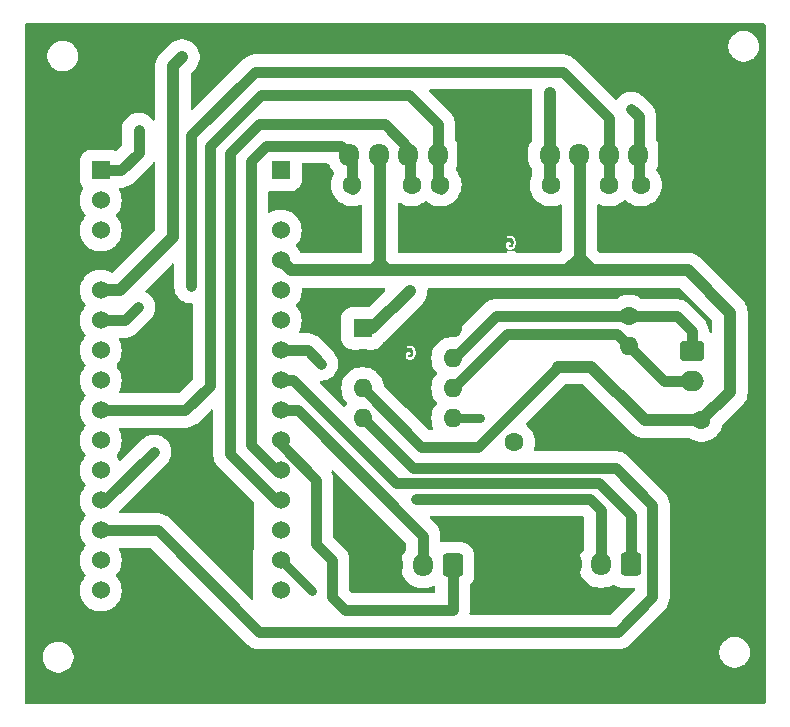
<source format=gbr>
%TF.GenerationSoftware,KiCad,Pcbnew,8.0.5*%
%TF.CreationDate,2024-09-25T10:39:00+09:00*%
%TF.ProjectId,nucleo_can_md2_roricon2,6e75636c-656f-45f6-9361-6e5f6d64325f,rev?*%
%TF.SameCoordinates,Original*%
%TF.FileFunction,Copper,L2,Bot*%
%TF.FilePolarity,Positive*%
%FSLAX46Y46*%
G04 Gerber Fmt 4.6, Leading zero omitted, Abs format (unit mm)*
G04 Created by KiCad (PCBNEW 8.0.5) date 2024-09-25 10:39:00*
%MOMM*%
%LPD*%
G01*
G04 APERTURE LIST*
G04 Aperture macros list*
%AMRoundRect*
0 Rectangle with rounded corners*
0 $1 Rounding radius*
0 $2 $3 $4 $5 $6 $7 $8 $9 X,Y pos of 4 corners*
0 Add a 4 corners polygon primitive as box body*
4,1,4,$2,$3,$4,$5,$6,$7,$8,$9,$2,$3,0*
0 Add four circle primitives for the rounded corners*
1,1,$1+$1,$2,$3*
1,1,$1+$1,$4,$5*
1,1,$1+$1,$6,$7*
1,1,$1+$1,$8,$9*
0 Add four rect primitives between the rounded corners*
20,1,$1+$1,$2,$3,$4,$5,0*
20,1,$1+$1,$4,$5,$6,$7,0*
20,1,$1+$1,$6,$7,$8,$9,0*
20,1,$1+$1,$8,$9,$2,$3,0*%
G04 Aperture macros list end*
%ADD10C,0.200000*%
%TA.AperFunction,ComponentPad*%
%ADD11C,1.600000*%
%TD*%
%TA.AperFunction,ComponentPad*%
%ADD12O,1.600000X1.600000*%
%TD*%
%TA.AperFunction,ComponentPad*%
%ADD13RoundRect,0.250000X-0.750000X0.600000X-0.750000X-0.600000X0.750000X-0.600000X0.750000X0.600000X0*%
%TD*%
%TA.AperFunction,ComponentPad*%
%ADD14O,2.000000X1.700000*%
%TD*%
%TA.AperFunction,ComponentPad*%
%ADD15RoundRect,0.250000X0.600000X0.725000X-0.600000X0.725000X-0.600000X-0.725000X0.600000X-0.725000X0*%
%TD*%
%TA.AperFunction,ComponentPad*%
%ADD16O,1.700000X1.950000*%
%TD*%
%TA.AperFunction,ComponentPad*%
%ADD17RoundRect,0.250000X-0.600000X-0.725000X0.600000X-0.725000X0.600000X0.725000X-0.600000X0.725000X0*%
%TD*%
%TA.AperFunction,ComponentPad*%
%ADD18R,1.530000X1.530000*%
%TD*%
%TA.AperFunction,ComponentPad*%
%ADD19C,1.530000*%
%TD*%
%TA.AperFunction,ComponentPad*%
%ADD20R,1.600000X1.600000*%
%TD*%
%TA.AperFunction,ViaPad*%
%ADD21C,0.600000*%
%TD*%
%TA.AperFunction,Conductor*%
%ADD22C,0.900000*%
%TD*%
%TA.AperFunction,Conductor*%
%ADD23C,0.750000*%
%TD*%
%TA.AperFunction,Conductor*%
%ADD24C,1.000000*%
%TD*%
G04 APERTURE END LIST*
D10*
G36*
X148369056Y-94218330D02*
G01*
X147327787Y-94218330D01*
X147327787Y-93578647D01*
X147438898Y-93578647D01*
X147438898Y-93911980D01*
X147440819Y-93931488D01*
X147455750Y-93967537D01*
X147468187Y-93982690D01*
X147515805Y-94030310D01*
X147530959Y-94042747D01*
X147534278Y-94044122D01*
X147536994Y-94046477D01*
X147554894Y-94054468D01*
X147697751Y-94102087D01*
X147707423Y-94104286D01*
X147709865Y-94105298D01*
X147713402Y-94105646D01*
X147716866Y-94106434D01*
X147719500Y-94106246D01*
X147729374Y-94107219D01*
X147824612Y-94107219D01*
X147834485Y-94106246D01*
X147837119Y-94106434D01*
X147840582Y-94105646D01*
X147844121Y-94105298D01*
X147846563Y-94104286D01*
X147856235Y-94102087D01*
X147999091Y-94054468D01*
X148016992Y-94046477D01*
X148019707Y-94044122D01*
X148023027Y-94042747D01*
X148038180Y-94030310D01*
X148133418Y-93935071D01*
X148139710Y-93927404D01*
X148141707Y-93925673D01*
X148143600Y-93922665D01*
X148145855Y-93919918D01*
X148146866Y-93917476D01*
X148152150Y-93909082D01*
X148199769Y-93813845D01*
X148200315Y-93812416D01*
X148200745Y-93811837D01*
X148203666Y-93803660D01*
X148206775Y-93795536D01*
X148206826Y-93794815D01*
X148207340Y-93793377D01*
X148254959Y-93602901D01*
X148255459Y-93599519D01*
X148256024Y-93598156D01*
X148256747Y-93590805D01*
X148257827Y-93583508D01*
X148257609Y-93582049D01*
X148257945Y-93578647D01*
X148257945Y-93435790D01*
X148257609Y-93432387D01*
X148257827Y-93430929D01*
X148256747Y-93423631D01*
X148256024Y-93416281D01*
X148255459Y-93414917D01*
X148254959Y-93411536D01*
X148207340Y-93221060D01*
X148206826Y-93219621D01*
X148206775Y-93218901D01*
X148203666Y-93210776D01*
X148200745Y-93202600D01*
X148200315Y-93202020D01*
X148199769Y-93200592D01*
X148152150Y-93105355D01*
X148146863Y-93096956D01*
X148145854Y-93094519D01*
X148143602Y-93091775D01*
X148141707Y-93088764D01*
X148139709Y-93087031D01*
X148133418Y-93079365D01*
X148038180Y-92984127D01*
X148023026Y-92971691D01*
X148019707Y-92970316D01*
X148016992Y-92967961D01*
X147999091Y-92959970D01*
X147856235Y-92912351D01*
X147846563Y-92910151D01*
X147844121Y-92909140D01*
X147840582Y-92908791D01*
X147837119Y-92908004D01*
X147834485Y-92908191D01*
X147824612Y-92907219D01*
X147681755Y-92907219D01*
X147662246Y-92909140D01*
X147658925Y-92910515D01*
X147655342Y-92910770D01*
X147637033Y-92917776D01*
X147541796Y-92965395D01*
X147525205Y-92975838D01*
X147499641Y-93005315D01*
X147487302Y-93042331D01*
X147490068Y-93081251D01*
X147507517Y-93116150D01*
X147536994Y-93141714D01*
X147574010Y-93154053D01*
X147612930Y-93151287D01*
X147631238Y-93144281D01*
X147705362Y-93107219D01*
X147808385Y-93107219D01*
X147913449Y-93142240D01*
X147980522Y-93209313D01*
X148015974Y-93280218D01*
X148057945Y-93448099D01*
X148057945Y-93566337D01*
X148015974Y-93734218D01*
X147980521Y-93805124D01*
X147913450Y-93872197D01*
X147808385Y-93907219D01*
X147745600Y-93907219D01*
X147640535Y-93872197D01*
X147638898Y-93870559D01*
X147638898Y-93678647D01*
X147729374Y-93678647D01*
X147748883Y-93676726D01*
X147784931Y-93661794D01*
X147812521Y-93634204D01*
X147827453Y-93598156D01*
X147827453Y-93559138D01*
X147812521Y-93523090D01*
X147784931Y-93495500D01*
X147748883Y-93480568D01*
X147729374Y-93478647D01*
X147538898Y-93478647D01*
X147519389Y-93480568D01*
X147483341Y-93495500D01*
X147455751Y-93523090D01*
X147440819Y-93559138D01*
X147438898Y-93578647D01*
X147327787Y-93578647D01*
X147327787Y-92796108D01*
X148369056Y-92796108D01*
X148369056Y-94218330D01*
G37*
G36*
X156861056Y-84914330D02*
G01*
X155819787Y-84914330D01*
X155819787Y-84274647D01*
X155930898Y-84274647D01*
X155930898Y-84607980D01*
X155932819Y-84627488D01*
X155947750Y-84663537D01*
X155960187Y-84678690D01*
X156007805Y-84726310D01*
X156022959Y-84738747D01*
X156026278Y-84740122D01*
X156028994Y-84742477D01*
X156046894Y-84750468D01*
X156189751Y-84798087D01*
X156199423Y-84800286D01*
X156201865Y-84801298D01*
X156205402Y-84801646D01*
X156208866Y-84802434D01*
X156211500Y-84802246D01*
X156221374Y-84803219D01*
X156316612Y-84803219D01*
X156326485Y-84802246D01*
X156329119Y-84802434D01*
X156332582Y-84801646D01*
X156336121Y-84801298D01*
X156338563Y-84800286D01*
X156348235Y-84798087D01*
X156491091Y-84750468D01*
X156508992Y-84742477D01*
X156511707Y-84740122D01*
X156515027Y-84738747D01*
X156530180Y-84726310D01*
X156625418Y-84631071D01*
X156631710Y-84623404D01*
X156633707Y-84621673D01*
X156635600Y-84618665D01*
X156637855Y-84615918D01*
X156638866Y-84613476D01*
X156644150Y-84605082D01*
X156691769Y-84509845D01*
X156692315Y-84508416D01*
X156692745Y-84507837D01*
X156695666Y-84499660D01*
X156698775Y-84491536D01*
X156698826Y-84490815D01*
X156699340Y-84489377D01*
X156746959Y-84298901D01*
X156747459Y-84295519D01*
X156748024Y-84294156D01*
X156748747Y-84286805D01*
X156749827Y-84279508D01*
X156749609Y-84278049D01*
X156749945Y-84274647D01*
X156749945Y-84131790D01*
X156749609Y-84128387D01*
X156749827Y-84126929D01*
X156748747Y-84119631D01*
X156748024Y-84112281D01*
X156747459Y-84110917D01*
X156746959Y-84107536D01*
X156699340Y-83917060D01*
X156698826Y-83915621D01*
X156698775Y-83914901D01*
X156695666Y-83906776D01*
X156692745Y-83898600D01*
X156692315Y-83898020D01*
X156691769Y-83896592D01*
X156644150Y-83801355D01*
X156638863Y-83792956D01*
X156637854Y-83790519D01*
X156635602Y-83787775D01*
X156633707Y-83784764D01*
X156631709Y-83783031D01*
X156625418Y-83775365D01*
X156530180Y-83680127D01*
X156515026Y-83667691D01*
X156511707Y-83666316D01*
X156508992Y-83663961D01*
X156491091Y-83655970D01*
X156348235Y-83608351D01*
X156338563Y-83606151D01*
X156336121Y-83605140D01*
X156332582Y-83604791D01*
X156329119Y-83604004D01*
X156326485Y-83604191D01*
X156316612Y-83603219D01*
X156173755Y-83603219D01*
X156154246Y-83605140D01*
X156150925Y-83606515D01*
X156147342Y-83606770D01*
X156129033Y-83613776D01*
X156033796Y-83661395D01*
X156017205Y-83671838D01*
X155991641Y-83701315D01*
X155979302Y-83738331D01*
X155982068Y-83777251D01*
X155999517Y-83812150D01*
X156028994Y-83837714D01*
X156066010Y-83850053D01*
X156104930Y-83847287D01*
X156123238Y-83840281D01*
X156197362Y-83803219D01*
X156300385Y-83803219D01*
X156405449Y-83838240D01*
X156472522Y-83905313D01*
X156507974Y-83976218D01*
X156549945Y-84144099D01*
X156549945Y-84262337D01*
X156507974Y-84430218D01*
X156472521Y-84501124D01*
X156405450Y-84568197D01*
X156300385Y-84603219D01*
X156237600Y-84603219D01*
X156132535Y-84568197D01*
X156130898Y-84566559D01*
X156130898Y-84374647D01*
X156221374Y-84374647D01*
X156240883Y-84372726D01*
X156276931Y-84357794D01*
X156304521Y-84330204D01*
X156319453Y-84294156D01*
X156319453Y-84255138D01*
X156304521Y-84219090D01*
X156276931Y-84191500D01*
X156240883Y-84176568D01*
X156221374Y-84174647D01*
X156030898Y-84174647D01*
X156011389Y-84176568D01*
X155975341Y-84191500D01*
X155947751Y-84219090D01*
X155932819Y-84255138D01*
X155930898Y-84274647D01*
X155819787Y-84274647D01*
X155819787Y-83492108D01*
X156861056Y-83492108D01*
X156861056Y-84914330D01*
G37*
D11*
%TO.P,R1,1*%
%TO.N,/H*%
X166310000Y-90424000D03*
D12*
%TO.P,R1,2*%
%TO.N,/L*%
X166310000Y-92964000D03*
%TD*%
D11*
%TO.P,C1,1*%
%TO.N,GND*%
X161550000Y-101100000D03*
%TO.P,C1,2*%
%TO.N,+3.3V*%
X156550000Y-101100000D03*
%TD*%
D13*
%TO.P,J3,1,Pin_1*%
%TO.N,/H*%
X171610000Y-93390000D03*
D14*
%TO.P,J3,2,Pin_2*%
%TO.N,/L*%
X171610000Y-95890000D03*
%TD*%
D11*
%TO.P,C7,1*%
%TO.N,A2*%
X147900000Y-79300000D03*
%TO.P,C7,2*%
%TO.N,GND*%
X147900000Y-84300000D03*
%TD*%
D15*
%TO.P,J2,1,Pin_1*%
%TO.N,GND*%
X152620000Y-76750000D03*
D16*
%TO.P,J2,2,Pin_2*%
%TO.N,X2*%
X150120000Y-76750000D03*
%TO.P,J2,3,Pin_3*%
%TO.N,A2*%
X147620000Y-76750000D03*
%TO.P,J2,4,Pin_4*%
%TO.N,+5V*%
X145120000Y-76750000D03*
%TO.P,J2,5,Pin_5*%
%TO.N,B2*%
X142620000Y-76750000D03*
%TD*%
D15*
%TO.P,J1,1,Pin_1*%
%TO.N,GND*%
X169600000Y-76740000D03*
D16*
%TO.P,J1,2,Pin_2*%
%TO.N,X1*%
X167100000Y-76740000D03*
%TO.P,J1,3,Pin_3*%
%TO.N,A1*%
X164600000Y-76740000D03*
%TO.P,J1,4,Pin_4*%
%TO.N,+5V*%
X162100000Y-76740000D03*
%TO.P,J1,5,Pin_5*%
%TO.N,B1*%
X159600000Y-76740000D03*
%TD*%
D11*
%TO.P,C2,1*%
%TO.N,GND*%
X172450000Y-104250000D03*
%TO.P,C2,2*%
%TO.N,+5V*%
X172450000Y-99250000D03*
%TD*%
%TO.P,C5,1*%
%TO.N,X1*%
X167300000Y-79300000D03*
%TO.P,C5,2*%
%TO.N,GND*%
X167300000Y-84300000D03*
%TD*%
D16*
%TO.P,MD2,1,Pin_1*%
%TO.N,GND*%
X161450000Y-111440000D03*
%TO.P,MD2,2,Pin_2*%
%TO.N,MD2_pwm*%
X163950000Y-111440000D03*
D17*
%TO.P,MD2,3,Pin_3*%
%TO.N,MD2_dir*%
X166450000Y-111440000D03*
%TD*%
D11*
%TO.P,C6,1*%
%TO.N,GND*%
X142900000Y-84300000D03*
%TO.P,C6,2*%
%TO.N,B2*%
X142900000Y-79300000D03*
%TD*%
D18*
%TO.P,U1,3_1,PA9*%
%TO.N,B1*%
X121590000Y-78085000D03*
D19*
%TO.P,U1,3_2,PA10*%
%TO.N,unconnected-(U1A-PA10-Pad3_2)*%
X121590000Y-80625000D03*
%TO.P,U1,3_3,NRST_1*%
%TO.N,unconnected-(U1A-NRST_1-Pad3_3)*%
X121590000Y-83165000D03*
%TO.P,U1,3_4,GND_1*%
%TO.N,GND*%
X121590000Y-85705000D03*
%TO.P,U1,3_5,PA12*%
%TO.N,CAN_Tx*%
X121590000Y-88245000D03*
%TO.P,U1,3_6,PB0*%
%TO.N,X1*%
X121590000Y-90785000D03*
%TO.P,U1,3_7,PB7*%
%TO.N,unconnected-(U1A-PB7-Pad3_7)*%
X121590000Y-93325000D03*
%TO.P,U1,3_8,PB6*%
%TO.N,unconnected-(U1A-PB6-Pad3_8)*%
X121590000Y-95865000D03*
%TO.P,U1,3_9,PB1*%
%TO.N,X2*%
X121590000Y-98405000D03*
%TO.P,U1,3_10,PF0*%
%TO.N,unconnected-(U1A-PF0-Pad3_10)*%
X121590000Y-100945000D03*
%TO.P,U1,3_11,PF1*%
%TO.N,unconnected-(U1A-PF1-Pad3_11)*%
X121590000Y-103485000D03*
%TO.P,U1,3_12,PA8*%
%TO.N,A1*%
X121590000Y-106025000D03*
%TO.P,U1,3_13,PA11*%
%TO.N,CAN_Rx*%
X121590000Y-108565000D03*
%TO.P,U1,3_14,PB5*%
%TO.N,unconnected-(U1A-PB5-Pad3_14)*%
X121590000Y-111105000D03*
%TO.P,U1,3_15,PB4*%
%TO.N,unconnected-(U1A-PB4-Pad3_15)*%
X121590000Y-113645000D03*
D18*
%TO.P,U1,4_1,VIN*%
%TO.N,unconnected-(U1B-VIN-Pad4_1)*%
X136830000Y-78085000D03*
D19*
%TO.P,U1,4_2,GND_2*%
%TO.N,GND*%
X136830000Y-80625000D03*
%TO.P,U1,4_3,NRST_2*%
%TO.N,unconnected-(U1B-NRST_2-Pad4_3)*%
X136830000Y-83165000D03*
%TO.P,U1,4_4,+5V*%
%TO.N,+5V*%
X136830000Y-85705000D03*
%TO.P,U1,4_5,PA2*%
%TO.N,unconnected-(U1B-PA2-Pad4_5)*%
X136830000Y-88245000D03*
%TO.P,U1,4_6,PA7*%
%TO.N,unconnected-(U1B-PA7-Pad4_6)*%
X136830000Y-90785000D03*
%TO.P,U1,4_7,PA6*%
%TO.N,MD2_pwm*%
X136830000Y-93325000D03*
%TO.P,U1,4_8,PA5*%
%TO.N,MD2_dir*%
X136830000Y-95865000D03*
%TO.P,U1,4_9,PA4*%
%TO.N,MD1_pwm*%
X136830000Y-98405000D03*
%TO.P,U1,4_10,PA3*%
%TO.N,MD1_dir*%
X136830000Y-100945000D03*
%TO.P,U1,4_11,PA1*%
%TO.N,B2*%
X136830000Y-103485000D03*
%TO.P,U1,4_12,PA0*%
%TO.N,A2*%
X136830000Y-106025000D03*
%TO.P,U1,4_13,AREF*%
%TO.N,unconnected-(U1B-AREF-Pad4_13)*%
X136830000Y-108565000D03*
%TO.P,U1,4_14,+3V3*%
%TO.N,+3.3V*%
X136830000Y-111105000D03*
%TO.P,U1,4_15,PB3*%
%TO.N,unconnected-(U1B-PB3-Pad4_15)*%
X136830000Y-113645000D03*
%TD*%
D11*
%TO.P,C8,1*%
%TO.N,X2*%
X150330000Y-79300000D03*
%TO.P,C8,2*%
%TO.N,GND*%
X150330000Y-84300000D03*
%TD*%
D20*
%TO.P,U2,1,TXD*%
%TO.N,CAN_Tx*%
X143760000Y-91450000D03*
D12*
%TO.P,U2,2,VSS*%
%TO.N,GND*%
X143760000Y-93990000D03*
%TO.P,U2,3,VDD*%
%TO.N,+5V*%
X143760000Y-96530000D03*
%TO.P,U2,4,RXD*%
%TO.N,CAN_Rx*%
X143760000Y-99070000D03*
%TO.P,U2,5,Vio*%
%TO.N,+3.3V*%
X151380000Y-99070000D03*
%TO.P,U2,6,CANL*%
%TO.N,/L*%
X151380000Y-96530000D03*
%TO.P,U2,7,CANH*%
%TO.N,/H*%
X151380000Y-93990000D03*
%TO.P,U2,8,STBY*%
%TO.N,GND*%
X151380000Y-91450000D03*
%TD*%
D11*
%TO.P,C4,1*%
%TO.N,B1*%
X159700000Y-79300000D03*
%TO.P,C4,2*%
%TO.N,GND*%
X159700000Y-84300000D03*
%TD*%
%TO.P,C3,1*%
%TO.N,A1*%
X164600000Y-79300000D03*
%TO.P,C3,2*%
%TO.N,GND*%
X164600000Y-84300000D03*
%TD*%
D16*
%TO.P,MD1,1,Pin_1*%
%TO.N,GND*%
X146370000Y-111500000D03*
%TO.P,MD1,2,Pin_2*%
%TO.N,MD1_pwm*%
X148870000Y-111500000D03*
D17*
%TO.P,MD1,3,Pin_3*%
%TO.N,MD1_dir*%
X151370000Y-111500000D03*
%TD*%
D21*
%TO.N,GND*%
X157600000Y-114850000D03*
%TO.N,+3.3V*%
X139450000Y-113725000D03*
X153700000Y-99050000D03*
%TO.N,MD2_pwm*%
X140219900Y-94440100D03*
X148300000Y-105900000D03*
%TO.N,GND*%
X142050000Y-107800000D03*
X154940000Y-82296000D03*
X140208000Y-82296000D03*
X140580000Y-89240000D03*
%TO.N,X1*%
X124760000Y-89660000D03*
X166510000Y-72870000D03*
%TO.N,A1*%
X129248000Y-87886700D03*
X126090700Y-101890700D03*
%TO.N,B1*%
X124800000Y-74660000D03*
X159630000Y-71510000D03*
%TO.N,CAN_Tx*%
X128470000Y-68490000D03*
X147740000Y-88290000D03*
%TD*%
D22*
%TO.N,CAN_Rx*%
X126415000Y-108565000D02*
X121590000Y-108565000D01*
X168300000Y-114200000D02*
X165350000Y-117150000D01*
X168300000Y-106400000D02*
X168300000Y-114200000D01*
X165200000Y-103300000D02*
X168300000Y-106400000D01*
X148004000Y-103300000D02*
X165200000Y-103300000D01*
X135000000Y-117150000D02*
X126415000Y-108565000D01*
X143774000Y-99070000D02*
X148004000Y-103300000D01*
X165350000Y-117150000D02*
X135000000Y-117150000D01*
X143760000Y-99070000D02*
X143774000Y-99070000D01*
%TO.N,MD1_dir*%
X141150000Y-111050000D02*
X139800000Y-109700000D01*
X139800000Y-104250000D02*
X136830000Y-101280000D01*
X136830000Y-101280000D02*
X136830000Y-100945000D01*
X142266000Y-115316000D02*
X141150000Y-114200000D01*
X151370000Y-115316000D02*
X142266000Y-115316000D01*
X139800000Y-109700000D02*
X139800000Y-104250000D01*
X151370000Y-111710000D02*
X151370000Y-115316000D01*
X141150000Y-114200000D02*
X141150000Y-111050000D01*
D23*
%TO.N,+3.3V*%
X139450000Y-113725000D02*
X136830000Y-111105000D01*
D24*
%TO.N,+5V*%
X174870000Y-90150000D02*
X171270000Y-86550000D01*
X171270000Y-86550000D02*
X160980000Y-86550000D01*
X174870000Y-96830000D02*
X174870000Y-90150000D01*
X172450000Y-99250000D02*
X174870000Y-96830000D01*
X167650000Y-99250000D02*
X172450000Y-99250000D01*
X163100000Y-94700000D02*
X167650000Y-99250000D01*
X160300000Y-94700000D02*
X163100000Y-94700000D01*
D23*
%TO.N,+3.3V*%
X153700000Y-99050000D02*
X153680000Y-99070000D01*
X153680000Y-99070000D02*
X151380000Y-99070000D01*
D22*
%TO.N,+5V*%
X153500000Y-101500000D02*
X148730000Y-101500000D01*
X148730000Y-101500000D02*
X143760000Y-96530000D01*
X160300000Y-94700000D02*
X153500000Y-101500000D01*
X161800000Y-94700000D02*
X160300000Y-94700000D01*
%TO.N,/L*%
X155970000Y-91940000D02*
X165286000Y-91940000D01*
X165286000Y-91940000D02*
X166310000Y-92964000D01*
X151380000Y-96530000D02*
X155970000Y-91940000D01*
X169236000Y-95890000D02*
X171610000Y-95890000D01*
X166310000Y-92964000D02*
X169236000Y-95890000D01*
%TO.N,MD2_pwm*%
X163950000Y-106800000D02*
X163950000Y-111440000D01*
X148300000Y-105900000D02*
X163050000Y-105900000D01*
X163050000Y-105900000D02*
X163950000Y-106800000D01*
%TO.N,MD2_dir*%
X163750000Y-104550000D02*
X166450000Y-107250000D01*
X166450000Y-107250000D02*
X166450000Y-111440000D01*
X137875000Y-95865000D02*
X146560000Y-104550000D01*
X146560000Y-104550000D02*
X163750000Y-104550000D01*
X136830000Y-95865000D02*
X137875000Y-95865000D01*
%TO.N,A2*%
X134990000Y-74180000D02*
X145660000Y-74180000D01*
X132550000Y-76620000D02*
X134990000Y-74180000D01*
X136460400Y-106025000D02*
X132550000Y-102114600D01*
X145660000Y-74180000D02*
X147800000Y-76320000D01*
X147800000Y-76320000D02*
X147800000Y-79520000D01*
X136830000Y-106025000D02*
X136460400Y-106025000D01*
X132550000Y-102114600D02*
X132550000Y-76620000D01*
%TO.N,X2*%
X128755000Y-98405000D02*
X130860000Y-96300000D01*
X135130000Y-71700000D02*
X147695184Y-71700000D01*
X130860000Y-96300000D02*
X130860000Y-75970000D01*
X150410000Y-79590000D02*
X150410000Y-79670000D01*
X121590000Y-98405000D02*
X128755000Y-98405000D01*
X130860000Y-75970000D02*
X135130000Y-71700000D01*
X150120000Y-74124816D02*
X150120000Y-79300000D01*
X147695184Y-71700000D02*
X150120000Y-74124816D01*
X150120000Y-79300000D02*
X150410000Y-79590000D01*
%TO.N,MD1_pwm*%
X148870000Y-111710000D02*
X148870000Y-109000000D01*
X138275000Y-98405000D02*
X136830000Y-98405000D01*
X148870000Y-109000000D02*
X138275000Y-98405000D01*
%TO.N,MD2_pwm*%
X140219900Y-94440100D02*
X139104800Y-93325000D01*
X139104800Y-93325000D02*
X136830000Y-93325000D01*
%TO.N,GND*%
X121278000Y-85705000D02*
X121590000Y-85705000D01*
D24*
%TO.N,+5V*%
X162130000Y-85480000D02*
X162130000Y-86480000D01*
X145830000Y-86550000D02*
X160980000Y-86550000D01*
X162130000Y-76770000D02*
X162130000Y-85480000D01*
X162130000Y-85480000D02*
X163200000Y-86550000D01*
X161060000Y-86550000D02*
X162130000Y-85480000D01*
X160980000Y-86550000D02*
X161060000Y-86550000D01*
X145240000Y-85940000D02*
X145230000Y-85950000D01*
X145830000Y-86550000D02*
X146360000Y-86550000D01*
X144630000Y-86550000D02*
X145830000Y-86550000D01*
X145240000Y-85960000D02*
X145830000Y-86550000D01*
X137675000Y-86550000D02*
X144630000Y-86550000D01*
X145240000Y-76870000D02*
X145240000Y-85940000D01*
X145240000Y-85940000D02*
X145240000Y-85960000D01*
X145120000Y-76750000D02*
X145240000Y-76870000D01*
X163200000Y-86550000D02*
X163580000Y-86550000D01*
X162100000Y-76740000D02*
X162130000Y-76770000D01*
X144630000Y-86550000D02*
X145230000Y-85950000D01*
X162130000Y-86480000D02*
X162200000Y-86550000D01*
X136830000Y-85705000D02*
X137675000Y-86550000D01*
D22*
%TO.N,X1*%
X167140000Y-79422000D02*
X167220000Y-79502000D01*
X167140000Y-73500000D02*
X167140000Y-79422000D01*
X123635000Y-90785000D02*
X121590000Y-90785000D01*
X124760000Y-89660000D02*
X123635000Y-90785000D01*
X166510000Y-72870000D02*
X167140000Y-73500000D01*
%TO.N,A1*%
X121956400Y-106025000D02*
X121590000Y-106025000D01*
X126090700Y-101890700D02*
X121956400Y-106025000D01*
X129248000Y-87886700D02*
X129248000Y-75116700D01*
X160730800Y-69710800D02*
X164630000Y-73610000D01*
X164630000Y-73610000D02*
X164630000Y-79502000D01*
X134653900Y-69710800D02*
X160730800Y-69710800D01*
X129248000Y-75116700D02*
X134653900Y-69710800D01*
D24*
%TO.N,B1*%
X159600000Y-71540000D02*
X159600000Y-79160000D01*
X159600000Y-79160000D02*
X159512000Y-79248000D01*
X159630000Y-71510000D02*
X159600000Y-71540000D01*
D22*
X123285000Y-78085000D02*
X121590000Y-78085000D01*
X124800000Y-74660000D02*
X124800000Y-76570000D01*
X124800000Y-76570000D02*
X123285000Y-78085000D01*
%TO.N,B2*%
X141894700Y-76024700D02*
X135559800Y-76024700D01*
X135559800Y-76024700D02*
X134270000Y-77314500D01*
X142920000Y-79670000D02*
X142900000Y-79650000D01*
X136443500Y-103485000D02*
X136830000Y-103485000D01*
X142900000Y-79650000D02*
X142900000Y-77030000D01*
X142900000Y-77030000D02*
X141894700Y-76024700D01*
X134270000Y-101311500D02*
X136443500Y-103485000D01*
X134270000Y-77314500D02*
X134270000Y-101311500D01*
%TO.N,/H*%
X155026000Y-90424000D02*
X170334000Y-90424000D01*
X151460000Y-93990000D02*
X155026000Y-90424000D01*
X170334000Y-90424000D02*
X171610000Y-91700000D01*
X151380000Y-93990000D02*
X151460000Y-93990000D01*
X171610000Y-91700000D02*
X171610000Y-93390000D01*
D24*
%TO.N,CAN_Tx*%
X128470000Y-68490000D02*
X127700000Y-69260000D01*
X127700000Y-69260000D02*
X127700000Y-83740000D01*
X144580000Y-91450000D02*
X143760000Y-91450000D01*
X123195000Y-88245000D02*
X121590000Y-88245000D01*
X147740000Y-88290000D02*
X144580000Y-91450000D01*
X127700000Y-83740000D02*
X123195000Y-88245000D01*
%TD*%
%TA.AperFunction,Conductor*%
%TO.N,GND*%
G36*
X162442539Y-107370185D02*
G01*
X162488294Y-107422989D01*
X162499500Y-107474500D01*
X162499500Y-110123456D01*
X162479815Y-110190495D01*
X162473876Y-110198942D01*
X162408063Y-110284711D01*
X162286777Y-110494784D01*
X162286773Y-110494794D01*
X162193947Y-110718895D01*
X162131161Y-110953214D01*
X162099500Y-111193711D01*
X162099500Y-111686288D01*
X162131161Y-111926785D01*
X162193947Y-112161104D01*
X162277316Y-112362374D01*
X162286776Y-112385212D01*
X162408064Y-112595289D01*
X162408066Y-112595292D01*
X162408067Y-112595293D01*
X162555733Y-112787736D01*
X162555739Y-112787743D01*
X162727256Y-112959260D01*
X162727262Y-112959265D01*
X162919711Y-113106936D01*
X163129788Y-113228224D01*
X163353900Y-113321054D01*
X163588211Y-113383838D01*
X163768586Y-113407584D01*
X163828711Y-113415500D01*
X163828712Y-113415500D01*
X164071289Y-113415500D01*
X164119388Y-113409167D01*
X164311789Y-113383838D01*
X164546100Y-113321054D01*
X164770212Y-113228224D01*
X164930512Y-113135674D01*
X164998406Y-113119203D01*
X165063123Y-113141135D01*
X165230367Y-113257003D01*
X165230371Y-113257005D01*
X165230374Y-113257007D01*
X165435317Y-113350096D01*
X165435321Y-113350097D01*
X165653579Y-113405094D01*
X165653581Y-113405094D01*
X165653588Y-113405096D01*
X165785783Y-113415500D01*
X166725500Y-113415499D01*
X166792539Y-113435183D01*
X166838294Y-113487987D01*
X166849500Y-113539499D01*
X166849500Y-113547821D01*
X166829815Y-113614860D01*
X166813181Y-113635502D01*
X164785502Y-115663181D01*
X164724179Y-115696666D01*
X164697821Y-115699500D01*
X152923026Y-115699500D01*
X152855987Y-115679815D01*
X152810232Y-115627011D01*
X152800288Y-115557853D01*
X152800553Y-115556102D01*
X152820500Y-115430162D01*
X152820500Y-113194335D01*
X152840185Y-113127296D01*
X152856819Y-113106654D01*
X152875282Y-113088191D01*
X152933819Y-113029654D01*
X153062007Y-112844626D01*
X153155096Y-112639683D01*
X153210096Y-112421412D01*
X153220500Y-112289217D01*
X153220499Y-110710784D01*
X153210096Y-110578588D01*
X153204100Y-110554794D01*
X153155097Y-110360321D01*
X153155096Y-110360318D01*
X153144427Y-110336830D01*
X153062007Y-110155374D01*
X152978740Y-110035185D01*
X152933825Y-109970354D01*
X152933822Y-109970350D01*
X152933819Y-109970346D01*
X152774654Y-109811181D01*
X152774650Y-109811178D01*
X152774645Y-109811174D01*
X152589632Y-109682997D01*
X152589630Y-109682995D01*
X152589626Y-109682993D01*
X152521786Y-109652179D01*
X152384681Y-109589903D01*
X152384678Y-109589902D01*
X152166420Y-109534905D01*
X152166413Y-109534904D01*
X152122347Y-109531436D01*
X152034217Y-109524500D01*
X152034215Y-109524500D01*
X150705791Y-109524500D01*
X150705776Y-109524501D01*
X150573588Y-109534904D01*
X150474798Y-109559797D01*
X150404981Y-109557089D01*
X150347711Y-109517065D01*
X150321170Y-109452432D01*
X150320500Y-109439555D01*
X150320500Y-108885837D01*
X150284784Y-108660339D01*
X150214229Y-108443196D01*
X150110578Y-108239771D01*
X150023559Y-108120000D01*
X150023559Y-108119999D01*
X150023557Y-108119998D01*
X150004687Y-108094025D01*
X149976383Y-108055066D01*
X149483498Y-107562181D01*
X149450013Y-107500858D01*
X149454997Y-107431166D01*
X149496869Y-107375233D01*
X149562333Y-107350816D01*
X149571179Y-107350500D01*
X162375500Y-107350500D01*
X162442539Y-107370185D01*
G37*
%TD.AperFunction*%
%TA.AperFunction,Conductor*%
G36*
X141315895Y-103497212D02*
G01*
X147383181Y-109564498D01*
X147416666Y-109625821D01*
X147419500Y-109652179D01*
X147419500Y-110183456D01*
X147399815Y-110250495D01*
X147393876Y-110258942D01*
X147328063Y-110344711D01*
X147206777Y-110554784D01*
X147206773Y-110554794D01*
X147113947Y-110778895D01*
X147051161Y-111013214D01*
X147019500Y-111253711D01*
X147019500Y-111746288D01*
X147051161Y-111986785D01*
X147113947Y-112221104D01*
X147204943Y-112440787D01*
X147206776Y-112445212D01*
X147328064Y-112655289D01*
X147328066Y-112655292D01*
X147328067Y-112655293D01*
X147475733Y-112847736D01*
X147475739Y-112847743D01*
X147647256Y-113019260D01*
X147647263Y-113019266D01*
X147660801Y-113029654D01*
X147839711Y-113166936D01*
X148049788Y-113288224D01*
X148273900Y-113381054D01*
X148508211Y-113443838D01*
X148688586Y-113467584D01*
X148748711Y-113475500D01*
X148748712Y-113475500D01*
X148991289Y-113475500D01*
X149039388Y-113469167D01*
X149231789Y-113443838D01*
X149466100Y-113381054D01*
X149690212Y-113288224D01*
X149733499Y-113263231D01*
X149801399Y-113246758D01*
X149867426Y-113269610D01*
X149910617Y-113324531D01*
X149919500Y-113370618D01*
X149919500Y-113741500D01*
X149899815Y-113808539D01*
X149847011Y-113854294D01*
X149795500Y-113865500D01*
X142918178Y-113865500D01*
X142851139Y-113845815D01*
X142830497Y-113829181D01*
X142636819Y-113635502D01*
X142603334Y-113574179D01*
X142600500Y-113547821D01*
X142600500Y-110935837D01*
X142564784Y-110710339D01*
X142514242Y-110554788D01*
X142494231Y-110493201D01*
X142494229Y-110493198D01*
X142494229Y-110493196D01*
X142414556Y-110336830D01*
X142390579Y-110289772D01*
X142256379Y-110105063D01*
X142094937Y-109943621D01*
X141708405Y-109557089D01*
X141286819Y-109135502D01*
X141253334Y-109074179D01*
X141250500Y-109047821D01*
X141250500Y-104135837D01*
X141214784Y-103910339D01*
X141182049Y-103809592D01*
X141144231Y-103693201D01*
X141144229Y-103693198D01*
X141144229Y-103693196D01*
X141117729Y-103641188D01*
X141104833Y-103572519D01*
X141131109Y-103507778D01*
X141188215Y-103467521D01*
X141258021Y-103464529D01*
X141315895Y-103497212D01*
G37*
%TD.AperFunction*%
%TA.AperFunction,Conductor*%
G36*
X145625150Y-88070185D02*
G01*
X145670905Y-88122989D01*
X145680849Y-88192147D01*
X145651824Y-88255703D01*
X145645792Y-88262181D01*
X144294790Y-89613181D01*
X144233467Y-89646666D01*
X144207109Y-89649500D01*
X142901971Y-89649500D01*
X142901965Y-89649500D01*
X142901964Y-89649501D01*
X142890316Y-89650536D01*
X142782584Y-89660113D01*
X142586954Y-89716089D01*
X142496772Y-89763196D01*
X142406593Y-89810302D01*
X142406591Y-89810303D01*
X142406590Y-89810304D01*
X142248890Y-89938890D01*
X142120304Y-90096590D01*
X142026089Y-90276954D01*
X141970114Y-90472583D01*
X141970113Y-90472586D01*
X141959500Y-90591966D01*
X141959500Y-92308028D01*
X141959501Y-92308034D01*
X141970113Y-92427415D01*
X142026089Y-92623045D01*
X142026090Y-92623048D01*
X142026091Y-92623049D01*
X142120302Y-92803407D01*
X142120304Y-92803409D01*
X142248890Y-92961109D01*
X142342803Y-93037684D01*
X142406593Y-93089698D01*
X142586951Y-93183909D01*
X142782582Y-93239886D01*
X142901963Y-93250500D01*
X144618036Y-93250499D01*
X144737418Y-93239886D01*
X144933049Y-93183909D01*
X145113407Y-93089698D01*
X145271109Y-92961109D01*
X145399698Y-92803407D01*
X145465552Y-92677334D01*
X145502572Y-92634431D01*
X145557510Y-92594517D01*
X148884517Y-89267510D01*
X149023343Y-89076433D01*
X149130568Y-88865992D01*
X149203553Y-88641368D01*
X149206383Y-88623500D01*
X149240500Y-88408097D01*
X149240500Y-88174500D01*
X149260185Y-88107461D01*
X149312989Y-88061706D01*
X149364500Y-88050500D01*
X160861908Y-88050500D01*
X160941908Y-88050500D01*
X161178092Y-88050500D01*
X162081908Y-88050500D01*
X162318092Y-88050500D01*
X163081908Y-88050500D01*
X163081909Y-88050500D01*
X163318092Y-88050500D01*
X163698092Y-88050500D01*
X170597111Y-88050500D01*
X170664150Y-88070185D01*
X170684792Y-88086819D01*
X173333181Y-90735208D01*
X173366666Y-90796531D01*
X173369500Y-90822889D01*
X173369500Y-91732142D01*
X173349815Y-91799181D01*
X173297011Y-91844936D01*
X173227853Y-91854880D01*
X173169545Y-91828897D01*
X173169231Y-91829352D01*
X173166827Y-91827686D01*
X173166038Y-91827335D01*
X173164662Y-91826187D01*
X173164655Y-91826182D01*
X173164654Y-91826181D01*
X173129767Y-91802011D01*
X173113883Y-91791006D01*
X173069987Y-91736646D01*
X173060500Y-91689078D01*
X173060500Y-91585838D01*
X173039619Y-91454007D01*
X173039619Y-91454002D01*
X173034840Y-91423834D01*
X173024785Y-91360341D01*
X172954232Y-91143202D01*
X172954230Y-91143199D01*
X172954230Y-91143197D01*
X172850579Y-90939772D01*
X172716380Y-90755063D01*
X171278937Y-89317620D01*
X171135633Y-89213504D01*
X171094228Y-89183421D01*
X171072769Y-89172487D01*
X170890803Y-89079770D01*
X170673660Y-89009215D01*
X170448162Y-88973500D01*
X170448157Y-88973500D01*
X167416987Y-88973500D01*
X167349948Y-88953815D01*
X167347136Y-88951954D01*
X167212775Y-88860349D01*
X167212767Y-88860344D01*
X166969643Y-88743263D01*
X166969645Y-88743263D01*
X166711773Y-88663720D01*
X166711767Y-88663718D01*
X166444936Y-88623500D01*
X166444929Y-88623500D01*
X166175071Y-88623500D01*
X166175063Y-88623500D01*
X165908232Y-88663718D01*
X165908226Y-88663720D01*
X165650358Y-88743262D01*
X165407229Y-88860347D01*
X165407225Y-88860349D01*
X165272865Y-88951954D01*
X165206386Y-88973454D01*
X165203014Y-88973500D01*
X154911842Y-88973500D01*
X154876126Y-88979156D01*
X154876125Y-88979155D01*
X154686340Y-89009214D01*
X154469197Y-89079769D01*
X154265772Y-89183420D01*
X154184689Y-89242331D01*
X154081063Y-89317620D01*
X154081061Y-89317622D01*
X154081060Y-89317622D01*
X151231665Y-92167016D01*
X151170342Y-92200501D01*
X151162466Y-92201950D01*
X151087232Y-92213290D01*
X150978228Y-92229720D01*
X150978225Y-92229721D01*
X150978219Y-92229722D01*
X150720358Y-92309262D01*
X150477230Y-92426346D01*
X150254258Y-92578365D01*
X150056442Y-92761910D01*
X149888185Y-92972898D01*
X149753258Y-93206599D01*
X149753256Y-93206603D01*
X149654666Y-93457804D01*
X149654664Y-93457811D01*
X149594616Y-93720898D01*
X149574451Y-93989995D01*
X149574451Y-93990004D01*
X149594616Y-94259101D01*
X149654664Y-94522188D01*
X149654666Y-94522195D01*
X149751812Y-94769718D01*
X149753257Y-94773398D01*
X149888185Y-95007102D01*
X149959741Y-95096830D01*
X150028210Y-95182687D01*
X150054618Y-95247374D01*
X150041862Y-95316069D01*
X150028210Y-95337313D01*
X149888185Y-95512898D01*
X149753258Y-95746599D01*
X149753256Y-95746603D01*
X149654666Y-95997804D01*
X149654664Y-95997811D01*
X149594616Y-96260898D01*
X149574451Y-96529995D01*
X149574451Y-96530004D01*
X149594616Y-96799101D01*
X149654664Y-97062188D01*
X149654666Y-97062195D01*
X149713583Y-97212313D01*
X149753257Y-97313398D01*
X149888185Y-97547102D01*
X150017166Y-97708838D01*
X150028210Y-97722687D01*
X150054618Y-97787374D01*
X150041862Y-97856069D01*
X150028210Y-97877313D01*
X149888185Y-98052898D01*
X149753258Y-98286599D01*
X149753256Y-98286603D01*
X149654666Y-98537804D01*
X149654664Y-98537811D01*
X149594616Y-98800898D01*
X149574451Y-99069995D01*
X149574451Y-99070004D01*
X149594616Y-99339101D01*
X149654664Y-99602188D01*
X149654666Y-99602195D01*
X149753256Y-99853396D01*
X149759090Y-99863501D01*
X149775561Y-99931401D01*
X149752709Y-99997428D01*
X149697787Y-100040618D01*
X149651702Y-100049500D01*
X149382178Y-100049500D01*
X149315139Y-100029815D01*
X149294497Y-100013181D01*
X147435238Y-98153922D01*
X145571581Y-96290264D01*
X145538371Y-96230175D01*
X145485336Y-95997814D01*
X145485335Y-95997811D01*
X145485334Y-95997805D01*
X145386743Y-95746602D01*
X145251815Y-95512898D01*
X145083561Y-95301915D01*
X145083560Y-95301914D01*
X145083557Y-95301910D01*
X144885741Y-95118365D01*
X144854155Y-95096830D01*
X144662775Y-94966349D01*
X144662769Y-94966346D01*
X144662768Y-94966345D01*
X144662767Y-94966344D01*
X144419643Y-94849263D01*
X144419645Y-94849263D01*
X144161773Y-94769720D01*
X144161767Y-94769718D01*
X143894936Y-94729500D01*
X143894929Y-94729500D01*
X143625071Y-94729500D01*
X143625063Y-94729500D01*
X143358232Y-94769718D01*
X143358226Y-94769720D01*
X143100358Y-94849262D01*
X142857230Y-94966346D01*
X142634258Y-95118365D01*
X142436442Y-95301910D01*
X142268185Y-95512898D01*
X142133258Y-95746599D01*
X142133256Y-95746603D01*
X142034666Y-95997804D01*
X142034664Y-95997811D01*
X141974616Y-96260898D01*
X141954451Y-96529995D01*
X141954451Y-96530004D01*
X141974616Y-96799101D01*
X142034664Y-97062188D01*
X142034666Y-97062195D01*
X142093583Y-97212313D01*
X142133257Y-97313398D01*
X142268185Y-97547102D01*
X142397166Y-97708838D01*
X142408210Y-97722687D01*
X142434618Y-97787374D01*
X142421862Y-97856069D01*
X142408209Y-97877313D01*
X142286385Y-98030073D01*
X142229197Y-98070213D01*
X142159385Y-98073063D01*
X142101758Y-98040441D01*
X140163598Y-96102281D01*
X140130113Y-96040958D01*
X140135097Y-95971266D01*
X140176969Y-95915333D01*
X140242433Y-95890916D01*
X140251279Y-95890600D01*
X140334061Y-95890600D01*
X140516833Y-95861652D01*
X140559560Y-95854885D01*
X140776699Y-95784332D01*
X140980128Y-95680680D01*
X141164838Y-95546480D01*
X141326280Y-95385038D01*
X141460480Y-95200328D01*
X141564132Y-94996899D01*
X141634685Y-94779760D01*
X141647853Y-94696615D01*
X141670400Y-94554261D01*
X141670400Y-94325939D01*
X141636732Y-94113364D01*
X147433898Y-94113364D01*
X148264729Y-94113364D01*
X148264729Y-92901074D01*
X147433898Y-92901074D01*
X147433898Y-94113364D01*
X141636732Y-94113364D01*
X141634685Y-94100442D01*
X141634683Y-94100436D01*
X141632323Y-94093170D01*
X141564132Y-93883302D01*
X141564130Y-93883299D01*
X141564130Y-93883297D01*
X141509451Y-93775985D01*
X141460480Y-93679873D01*
X141326280Y-93495163D01*
X140049737Y-92218620D01*
X139915081Y-92120787D01*
X139915079Y-92120786D01*
X139915079Y-92120785D01*
X139865028Y-92084421D01*
X139661603Y-91980770D01*
X139444460Y-91910215D01*
X139218962Y-91874500D01*
X139218957Y-91874500D01*
X138454375Y-91874500D01*
X138387336Y-91854815D01*
X138341581Y-91802011D01*
X138331637Y-91732853D01*
X138346988Y-91688500D01*
X138425121Y-91553170D01*
X138521795Y-91306850D01*
X138580677Y-91048872D01*
X138600451Y-90785000D01*
X138599441Y-90771527D01*
X138580677Y-90521130D01*
X138580677Y-90521128D01*
X138521795Y-90263150D01*
X138425121Y-90016830D01*
X138292815Y-89787669D01*
X138137022Y-89592311D01*
X138110615Y-89527626D01*
X138123370Y-89458931D01*
X138137020Y-89437691D01*
X138292815Y-89242331D01*
X138425121Y-89013170D01*
X138521795Y-88766850D01*
X138580677Y-88508872D01*
X138589151Y-88395784D01*
X138600451Y-88245004D01*
X138600451Y-88244995D01*
X138595863Y-88183765D01*
X138610483Y-88115443D01*
X138659720Y-88065870D01*
X138719516Y-88050500D01*
X144511908Y-88050500D01*
X144748092Y-88050500D01*
X145558111Y-88050500D01*
X145625150Y-88070185D01*
G37*
%TD.AperFunction*%
%TA.AperFunction,Conductor*%
G36*
X140849829Y-77494885D02*
G01*
X140895584Y-77547689D01*
X140897351Y-77551748D01*
X140956771Y-77695202D01*
X140956779Y-77695219D01*
X141029707Y-77821532D01*
X141078064Y-77905289D01*
X141078066Y-77905292D01*
X141078067Y-77905293D01*
X141225733Y-78097736D01*
X141225739Y-78097743D01*
X141341896Y-78213900D01*
X141375381Y-78275223D01*
X141370397Y-78344915D01*
X141361603Y-78363580D01*
X141273256Y-78516603D01*
X141174666Y-78767804D01*
X141174664Y-78767811D01*
X141114616Y-79030898D01*
X141094451Y-79299995D01*
X141094451Y-79300004D01*
X141114616Y-79569101D01*
X141163645Y-79783909D01*
X141174666Y-79832195D01*
X141273257Y-80083398D01*
X141408185Y-80317102D01*
X141544080Y-80487509D01*
X141576442Y-80528089D01*
X141684999Y-80628814D01*
X141774259Y-80711635D01*
X141997226Y-80863651D01*
X142240359Y-80980738D01*
X142498228Y-81060280D01*
X142498232Y-81060280D01*
X142498233Y-81060281D01*
X142500596Y-81060637D01*
X142520447Y-81065323D01*
X142580340Y-81084784D01*
X142655507Y-81096689D01*
X142805839Y-81120499D01*
X142805843Y-81120499D01*
X143034161Y-81120499D01*
X143121614Y-81106647D01*
X143259659Y-81084784D01*
X143476798Y-81014231D01*
X143506757Y-80998965D01*
X143526500Y-80990959D01*
X143559641Y-80980738D01*
X143561690Y-80979751D01*
X143562493Y-80979618D01*
X143563955Y-80979045D01*
X143564077Y-80979357D01*
X143630625Y-80968392D01*
X143694763Y-80996106D01*
X143733735Y-81054097D01*
X143739500Y-81091466D01*
X143739500Y-84925500D01*
X143719815Y-84992539D01*
X143667011Y-85038294D01*
X143615500Y-85049500D01*
X138553882Y-85049500D01*
X138486843Y-85029815D01*
X138441088Y-84977011D01*
X138438454Y-84970802D01*
X138437682Y-84968834D01*
X138425121Y-84936830D01*
X138292815Y-84707669D01*
X138137022Y-84512311D01*
X138110615Y-84447626D01*
X138123370Y-84378931D01*
X138137020Y-84357691D01*
X138292815Y-84162331D01*
X138425121Y-83933170D01*
X138521795Y-83686850D01*
X138580677Y-83428872D01*
X138600451Y-83165000D01*
X138596964Y-83118473D01*
X138580677Y-82901130D01*
X138580677Y-82901128D01*
X138521795Y-82643150D01*
X138425121Y-82396830D01*
X138292815Y-82167669D01*
X138127832Y-81960787D01*
X137933858Y-81780806D01*
X137715226Y-81631744D01*
X137715225Y-81631743D01*
X137715218Y-81631739D01*
X137476820Y-81516935D01*
X137476822Y-81516935D01*
X137223963Y-81438938D01*
X137223957Y-81438936D01*
X136962313Y-81399500D01*
X136962306Y-81399500D01*
X136697694Y-81399500D01*
X136697686Y-81399500D01*
X136436042Y-81438936D01*
X136436036Y-81438938D01*
X136183178Y-81516935D01*
X135944782Y-81631739D01*
X135944776Y-81631743D01*
X135914350Y-81652487D01*
X135847870Y-81673986D01*
X135780320Y-81656131D01*
X135733147Y-81604590D01*
X135720500Y-81550032D01*
X135720500Y-79956534D01*
X135740185Y-79889495D01*
X135792989Y-79843740D01*
X135862147Y-79833796D01*
X135878603Y-79837316D01*
X135887582Y-79839886D01*
X136006963Y-79850500D01*
X137653036Y-79850499D01*
X137772418Y-79839886D01*
X137968049Y-79783909D01*
X138148407Y-79689698D01*
X138306109Y-79561109D01*
X138434698Y-79403407D01*
X138528909Y-79223049D01*
X138584886Y-79027418D01*
X138595500Y-78908037D01*
X138595499Y-77599199D01*
X138615184Y-77532161D01*
X138667987Y-77486406D01*
X138719499Y-77475200D01*
X140782790Y-77475200D01*
X140849829Y-77494885D01*
G37*
%TD.AperFunction*%
%TA.AperFunction,Conductor*%
G36*
X158062630Y-71180985D02*
G01*
X158108385Y-71233789D01*
X158118329Y-71302947D01*
X158118064Y-71304698D01*
X158099500Y-71421902D01*
X158099500Y-75488618D01*
X158079815Y-75555657D01*
X158073876Y-75564104D01*
X158058063Y-75584711D01*
X157936777Y-75794784D01*
X157936773Y-75794794D01*
X157843947Y-76018895D01*
X157781161Y-76253214D01*
X157749500Y-76493711D01*
X157749500Y-76986288D01*
X157770076Y-77142586D01*
X157781162Y-77226789D01*
X157783842Y-77236789D01*
X157843947Y-77461104D01*
X157936773Y-77685205D01*
X157936777Y-77685214D01*
X158032430Y-77850889D01*
X158058064Y-77895289D01*
X158058071Y-77895298D01*
X158058073Y-77895301D01*
X158073874Y-77915893D01*
X158099070Y-77981062D01*
X158099500Y-77991381D01*
X158099500Y-78437922D01*
X158082888Y-78499920D01*
X158073259Y-78516598D01*
X158073256Y-78516604D01*
X157974666Y-78767804D01*
X157974664Y-78767811D01*
X157914616Y-79030898D01*
X157894451Y-79299995D01*
X157894451Y-79300004D01*
X157914616Y-79569101D01*
X157963645Y-79783909D01*
X157974666Y-79832195D01*
X158073257Y-80083398D01*
X158208185Y-80317102D01*
X158344080Y-80487509D01*
X158376442Y-80528089D01*
X158484999Y-80628814D01*
X158574259Y-80711635D01*
X158797226Y-80863651D01*
X159040359Y-80980738D01*
X159298228Y-81060280D01*
X159298229Y-81060280D01*
X159298232Y-81060281D01*
X159565063Y-81100499D01*
X159565068Y-81100499D01*
X159565071Y-81100500D01*
X159565072Y-81100500D01*
X159834928Y-81100500D01*
X159834929Y-81100500D01*
X159894866Y-81091466D01*
X160101767Y-81060281D01*
X160101768Y-81060280D01*
X160101772Y-81060280D01*
X160359641Y-80980738D01*
X160451700Y-80936404D01*
X160520639Y-80925053D01*
X160584774Y-80952775D01*
X160623740Y-81010770D01*
X160629500Y-81048125D01*
X160629500Y-84807110D01*
X160609815Y-84874149D01*
X160593185Y-84894786D01*
X160474790Y-85013182D01*
X160413470Y-85046666D01*
X160387111Y-85049500D01*
X156815955Y-85049500D01*
X156748916Y-85029815D01*
X156703161Y-84977011D01*
X156693217Y-84907853D01*
X156722242Y-84844297D01*
X156728274Y-84837819D01*
X156756729Y-84809364D01*
X156756729Y-83597074D01*
X155925898Y-83597074D01*
X155925898Y-84809364D01*
X155954353Y-84837819D01*
X155987838Y-84899142D01*
X155982854Y-84968834D01*
X155940982Y-85024767D01*
X155875518Y-85049184D01*
X155866672Y-85049500D01*
X146864500Y-85049500D01*
X146797461Y-85029815D01*
X146751706Y-84977011D01*
X146740500Y-84925500D01*
X146740500Y-80923237D01*
X146760185Y-80856198D01*
X146812989Y-80810443D01*
X146882147Y-80800499D01*
X146934350Y-80820783D01*
X146997226Y-80863651D01*
X147240359Y-80980738D01*
X147498228Y-81060280D01*
X147498229Y-81060280D01*
X147498232Y-81060281D01*
X147765063Y-81100499D01*
X147765068Y-81100499D01*
X147765071Y-81100500D01*
X147765072Y-81100500D01*
X148034928Y-81100500D01*
X148034929Y-81100500D01*
X148094866Y-81091466D01*
X148301767Y-81060281D01*
X148301768Y-81060280D01*
X148301772Y-81060280D01*
X148559641Y-80980738D01*
X148802775Y-80863651D01*
X149025741Y-80711635D01*
X149030653Y-80707076D01*
X149093183Y-80675904D01*
X149162640Y-80683487D01*
X149199347Y-80707077D01*
X149204254Y-80711631D01*
X149204256Y-80711632D01*
X149204259Y-80711635D01*
X149427226Y-80863651D01*
X149670359Y-80980738D01*
X149928228Y-81060280D01*
X149928229Y-81060280D01*
X149928232Y-81060281D01*
X150042523Y-81077507D01*
X150062357Y-81082190D01*
X150070340Y-81084784D01*
X150154903Y-81098177D01*
X150295838Y-81120500D01*
X150295843Y-81120500D01*
X150524162Y-81120500D01*
X150749660Y-81084784D01*
X150772056Y-81077507D01*
X150966799Y-81014231D01*
X151170228Y-80910579D01*
X151264485Y-80842095D01*
X151267450Y-80840009D01*
X151295648Y-80820784D01*
X151455741Y-80711635D01*
X151653561Y-80528085D01*
X151821815Y-80317102D01*
X151956743Y-80083398D01*
X152055334Y-79832195D01*
X152115383Y-79569103D01*
X152135549Y-79300000D01*
X152133242Y-79269220D01*
X152115383Y-79030898D01*
X152087341Y-78908037D01*
X152055334Y-78767805D01*
X151956743Y-78516602D01*
X151821815Y-78282898D01*
X151653561Y-78071915D01*
X151653559Y-78071913D01*
X151653150Y-78071400D01*
X151626742Y-78006713D01*
X151639497Y-77938018D01*
X151651723Y-77918599D01*
X151661927Y-77905301D01*
X151661927Y-77905299D01*
X151661936Y-77905289D01*
X151783224Y-77695212D01*
X151876054Y-77471100D01*
X151938838Y-77236789D01*
X151970500Y-76996288D01*
X151970500Y-76503712D01*
X151969183Y-76493712D01*
X151960187Y-76425373D01*
X151938838Y-76263211D01*
X151876054Y-76028900D01*
X151783224Y-75804788D01*
X151777450Y-75794788D01*
X151661936Y-75594711D01*
X151596124Y-75508942D01*
X151570930Y-75443773D01*
X151570500Y-75433456D01*
X151570500Y-74010653D01*
X151534784Y-73785155D01*
X151464229Y-73568012D01*
X151360578Y-73364587D01*
X151292103Y-73270340D01*
X151292103Y-73270339D01*
X151226383Y-73179882D01*
X149419482Y-71372981D01*
X149385997Y-71311658D01*
X149390981Y-71241966D01*
X149432853Y-71186033D01*
X149498317Y-71161616D01*
X149507163Y-71161300D01*
X157995591Y-71161300D01*
X158062630Y-71180985D01*
G37*
%TD.AperFunction*%
%TA.AperFunction,Conductor*%
G36*
X177812539Y-65644185D02*
G01*
X177858294Y-65696989D01*
X177869500Y-65748500D01*
X177869500Y-123113500D01*
X177849815Y-123180539D01*
X177797011Y-123226294D01*
X177745500Y-123237500D01*
X115274500Y-123237500D01*
X115207461Y-123217815D01*
X115161706Y-123165011D01*
X115150500Y-123113500D01*
X115150500Y-119187648D01*
X116683500Y-119187648D01*
X116683500Y-119392351D01*
X116715522Y-119594534D01*
X116778781Y-119789223D01*
X116871715Y-119971613D01*
X116992028Y-120137213D01*
X117136786Y-120281971D01*
X117291749Y-120394556D01*
X117302390Y-120402287D01*
X117418607Y-120461503D01*
X117484776Y-120495218D01*
X117484778Y-120495218D01*
X117484781Y-120495220D01*
X117589137Y-120529127D01*
X117679465Y-120558477D01*
X117780557Y-120574488D01*
X117881648Y-120590500D01*
X117881649Y-120590500D01*
X118086351Y-120590500D01*
X118086352Y-120590500D01*
X118288534Y-120558477D01*
X118483219Y-120495220D01*
X118665610Y-120402287D01*
X118758590Y-120334732D01*
X118831213Y-120281971D01*
X118831215Y-120281968D01*
X118831219Y-120281966D01*
X118975966Y-120137219D01*
X118975968Y-120137215D01*
X118975971Y-120137213D01*
X119028732Y-120064590D01*
X119096287Y-119971610D01*
X119189220Y-119789219D01*
X119252477Y-119594534D01*
X119284500Y-119392352D01*
X119284500Y-119187648D01*
X119252477Y-118985466D01*
X119189220Y-118790781D01*
X119189218Y-118790778D01*
X119189218Y-118790776D01*
X119178453Y-118769648D01*
X173959500Y-118769648D01*
X173959500Y-118974351D01*
X173991522Y-119176534D01*
X174054781Y-119371223D01*
X174147715Y-119553613D01*
X174268028Y-119719213D01*
X174412786Y-119863971D01*
X174560941Y-119971610D01*
X174578390Y-119984287D01*
X174694607Y-120043503D01*
X174760776Y-120077218D01*
X174760778Y-120077218D01*
X174760781Y-120077220D01*
X174865137Y-120111127D01*
X174955465Y-120140477D01*
X175056557Y-120156488D01*
X175157648Y-120172500D01*
X175157649Y-120172500D01*
X175362351Y-120172500D01*
X175362352Y-120172500D01*
X175564534Y-120140477D01*
X175759219Y-120077220D01*
X175941610Y-119984287D01*
X176034590Y-119916732D01*
X176107213Y-119863971D01*
X176107215Y-119863968D01*
X176107219Y-119863966D01*
X176251966Y-119719219D01*
X176251968Y-119719215D01*
X176251971Y-119719213D01*
X176342554Y-119594534D01*
X176372287Y-119553610D01*
X176465220Y-119371219D01*
X176528477Y-119176534D01*
X176560500Y-118974352D01*
X176560500Y-118769648D01*
X176528477Y-118567466D01*
X176465220Y-118372781D01*
X176465218Y-118372778D01*
X176465218Y-118372776D01*
X176427131Y-118298028D01*
X176372287Y-118190390D01*
X176363077Y-118177713D01*
X176251971Y-118024786D01*
X176107213Y-117880028D01*
X175941613Y-117759715D01*
X175941612Y-117759714D01*
X175941610Y-117759713D01*
X175884653Y-117730691D01*
X175759223Y-117666781D01*
X175564534Y-117603522D01*
X175389995Y-117575878D01*
X175362352Y-117571500D01*
X175157648Y-117571500D01*
X175133329Y-117575351D01*
X174955465Y-117603522D01*
X174760776Y-117666781D01*
X174578386Y-117759715D01*
X174412786Y-117880028D01*
X174268028Y-118024786D01*
X174147715Y-118190386D01*
X174054781Y-118372776D01*
X173991522Y-118567465D01*
X173959500Y-118769648D01*
X119178453Y-118769648D01*
X119155503Y-118724607D01*
X119096287Y-118608390D01*
X119066554Y-118567466D01*
X118975971Y-118442786D01*
X118831213Y-118298028D01*
X118665613Y-118177715D01*
X118665612Y-118177714D01*
X118665610Y-118177713D01*
X118608653Y-118148691D01*
X118483223Y-118084781D01*
X118288534Y-118021522D01*
X118113995Y-117993878D01*
X118086352Y-117989500D01*
X117881648Y-117989500D01*
X117857329Y-117993351D01*
X117679465Y-118021522D01*
X117484776Y-118084781D01*
X117302386Y-118177715D01*
X117136786Y-118298028D01*
X116992028Y-118442786D01*
X116871715Y-118608386D01*
X116778781Y-118790776D01*
X116715522Y-118985465D01*
X116683500Y-119187648D01*
X115150500Y-119187648D01*
X115150500Y-80624995D01*
X119819549Y-80624995D01*
X119819549Y-80625004D01*
X119839322Y-80888869D01*
X119898202Y-81146838D01*
X119898205Y-81146850D01*
X119994879Y-81393170D01*
X120127185Y-81622331D01*
X120151234Y-81652487D01*
X120282976Y-81817687D01*
X120309385Y-81882374D01*
X120296628Y-81951069D01*
X120282976Y-81972313D01*
X120127185Y-82167669D01*
X119994879Y-82396829D01*
X119898207Y-82643144D01*
X119898202Y-82643161D01*
X119839322Y-82901130D01*
X119819549Y-83164995D01*
X119819549Y-83165004D01*
X119839322Y-83428869D01*
X119839323Y-83428872D01*
X119898205Y-83686850D01*
X119994879Y-83933170D01*
X120127185Y-84162331D01*
X120292168Y-84369213D01*
X120486142Y-84549194D01*
X120704775Y-84698256D01*
X120704780Y-84698258D01*
X120704781Y-84698259D01*
X120704782Y-84698260D01*
X120831399Y-84759234D01*
X120943178Y-84813064D01*
X120943179Y-84813064D01*
X120943182Y-84813066D01*
X121196038Y-84891062D01*
X121196039Y-84891062D01*
X121196042Y-84891063D01*
X121457686Y-84930499D01*
X121457691Y-84930499D01*
X121457694Y-84930500D01*
X121457695Y-84930500D01*
X121722305Y-84930500D01*
X121722306Y-84930500D01*
X121722313Y-84930499D01*
X121983957Y-84891063D01*
X121983958Y-84891062D01*
X121983962Y-84891062D01*
X122236818Y-84813066D01*
X122425198Y-84722347D01*
X122475218Y-84698260D01*
X122475218Y-84698259D01*
X122475226Y-84698256D01*
X122693858Y-84549194D01*
X122887832Y-84369213D01*
X123052815Y-84162331D01*
X123185121Y-83933170D01*
X123281795Y-83686850D01*
X123340677Y-83428872D01*
X123360451Y-83165000D01*
X123356964Y-83118473D01*
X123340677Y-82901130D01*
X123340677Y-82901128D01*
X123281795Y-82643150D01*
X123185121Y-82396830D01*
X123052815Y-82167669D01*
X122897022Y-81972311D01*
X122870615Y-81907626D01*
X122883370Y-81838931D01*
X122897020Y-81817691D01*
X123052815Y-81622331D01*
X123185121Y-81393170D01*
X123281795Y-81146850D01*
X123340677Y-80888872D01*
X123356306Y-80680311D01*
X123360451Y-80625004D01*
X123360451Y-80624995D01*
X123340677Y-80361130D01*
X123330628Y-80317101D01*
X123281795Y-80103150D01*
X123185121Y-79856830D01*
X123185120Y-79856829D01*
X123185121Y-79856829D01*
X123106988Y-79721500D01*
X123090515Y-79653600D01*
X123113367Y-79587573D01*
X123168289Y-79544382D01*
X123214375Y-79535500D01*
X123399162Y-79535500D01*
X123624660Y-79499784D01*
X123841799Y-79429231D01*
X124045228Y-79325579D01*
X124122954Y-79269106D01*
X124229937Y-79191380D01*
X125906380Y-77514937D01*
X125975182Y-77420238D01*
X126030512Y-77377573D01*
X126100125Y-77371594D01*
X126161920Y-77404200D01*
X126196277Y-77465038D01*
X126199500Y-77493124D01*
X126199500Y-83067111D01*
X126179815Y-83134150D01*
X126163181Y-83154792D01*
X122625558Y-86692414D01*
X122564235Y-86725899D01*
X122494543Y-86720915D01*
X122475871Y-86712117D01*
X122475229Y-86711746D01*
X122475226Y-86711744D01*
X122475218Y-86711740D01*
X122475215Y-86711738D01*
X122236820Y-86596935D01*
X122236822Y-86596935D01*
X121983963Y-86518938D01*
X121983957Y-86518936D01*
X121722313Y-86479500D01*
X121722306Y-86479500D01*
X121457694Y-86479500D01*
X121457686Y-86479500D01*
X121196042Y-86518936D01*
X121196036Y-86518938D01*
X120943178Y-86596935D01*
X120704782Y-86711739D01*
X120704781Y-86711740D01*
X120486141Y-86860806D01*
X120292170Y-87040785D01*
X120292168Y-87040787D01*
X120127185Y-87247669D01*
X119994879Y-87476829D01*
X119898207Y-87723144D01*
X119898202Y-87723161D01*
X119839322Y-87981130D01*
X119819549Y-88244995D01*
X119819549Y-88245004D01*
X119839322Y-88508869D01*
X119874666Y-88663720D01*
X119898205Y-88766850D01*
X119994879Y-89013170D01*
X120127185Y-89242331D01*
X120223867Y-89363566D01*
X120282976Y-89437687D01*
X120309385Y-89502374D01*
X120296628Y-89571069D01*
X120282976Y-89592313D01*
X120127185Y-89787669D01*
X119994879Y-90016829D01*
X119898207Y-90263144D01*
X119898202Y-90263161D01*
X119839322Y-90521130D01*
X119819549Y-90784995D01*
X119819549Y-90785004D01*
X119839322Y-91048869D01*
X119839323Y-91048872D01*
X119898205Y-91306850D01*
X119994879Y-91553170D01*
X120127185Y-91782331D01*
X120207771Y-91883382D01*
X120282976Y-91977687D01*
X120309385Y-92042374D01*
X120296628Y-92111069D01*
X120282976Y-92132313D01*
X120127185Y-92327669D01*
X119994879Y-92556829D01*
X119898207Y-92803144D01*
X119898202Y-92803161D01*
X119839322Y-93061130D01*
X119819549Y-93324995D01*
X119819549Y-93325004D01*
X119839322Y-93588869D01*
X119875506Y-93747400D01*
X119898205Y-93846850D01*
X119994879Y-94093170D01*
X120127185Y-94322331D01*
X120169694Y-94375635D01*
X120282976Y-94517687D01*
X120309385Y-94582374D01*
X120296628Y-94651069D01*
X120282976Y-94672313D01*
X120127185Y-94867669D01*
X119994879Y-95096829D01*
X119898207Y-95343144D01*
X119898202Y-95343161D01*
X119839322Y-95601130D01*
X119819549Y-95864995D01*
X119819549Y-95865004D01*
X119839322Y-96128869D01*
X119876160Y-96290264D01*
X119898205Y-96386850D01*
X119994879Y-96633170D01*
X120127185Y-96862331D01*
X120195577Y-96948092D01*
X120282976Y-97057687D01*
X120309385Y-97122374D01*
X120296628Y-97191069D01*
X120282976Y-97212313D01*
X120127185Y-97407669D01*
X119994879Y-97636829D01*
X119898207Y-97883144D01*
X119898202Y-97883161D01*
X119839322Y-98141130D01*
X119819549Y-98404995D01*
X119819549Y-98405004D01*
X119839322Y-98668869D01*
X119839323Y-98668872D01*
X119898205Y-98926850D01*
X119994879Y-99173170D01*
X120127185Y-99402331D01*
X120169772Y-99455733D01*
X120282976Y-99597687D01*
X120309385Y-99662374D01*
X120296628Y-99731069D01*
X120282976Y-99752313D01*
X120127185Y-99947669D01*
X119994879Y-100176829D01*
X119898207Y-100423144D01*
X119898202Y-100423161D01*
X119839322Y-100681130D01*
X119819549Y-100944995D01*
X119819549Y-100945004D01*
X119839322Y-101208869D01*
X119839323Y-101208872D01*
X119898205Y-101466850D01*
X119994879Y-101713170D01*
X120127185Y-101942331D01*
X120238806Y-102082299D01*
X120282976Y-102137687D01*
X120309385Y-102202374D01*
X120296628Y-102271069D01*
X120282976Y-102292313D01*
X120127185Y-102487669D01*
X119994879Y-102716829D01*
X119898207Y-102963144D01*
X119898202Y-102963161D01*
X119839322Y-103221130D01*
X119819549Y-103484995D01*
X119819549Y-103485004D01*
X119839322Y-103748869D01*
X119839323Y-103748872D01*
X119898205Y-104006850D01*
X119994879Y-104253170D01*
X120127185Y-104482331D01*
X120238806Y-104622299D01*
X120282976Y-104677687D01*
X120309385Y-104742374D01*
X120296628Y-104811069D01*
X120282976Y-104832313D01*
X120127185Y-105027669D01*
X119994879Y-105256829D01*
X119898207Y-105503144D01*
X119898202Y-105503161D01*
X119839322Y-105761130D01*
X119819549Y-106024995D01*
X119819549Y-106025004D01*
X119839322Y-106288869D01*
X119839323Y-106288872D01*
X119898205Y-106546850D01*
X119994879Y-106793170D01*
X120127185Y-107022331D01*
X120238806Y-107162299D01*
X120282976Y-107217687D01*
X120309385Y-107282374D01*
X120296628Y-107351069D01*
X120282976Y-107372313D01*
X120127185Y-107567669D01*
X119994879Y-107796829D01*
X119898207Y-108043144D01*
X119898202Y-108043161D01*
X119839322Y-108301130D01*
X119819549Y-108564995D01*
X119819549Y-108565004D01*
X119839322Y-108828869D01*
X119839323Y-108828872D01*
X119898205Y-109086850D01*
X119994879Y-109333170D01*
X120127185Y-109562331D01*
X120223408Y-109682991D01*
X120282976Y-109757687D01*
X120309385Y-109822374D01*
X120296628Y-109891069D01*
X120282976Y-109912313D01*
X120127185Y-110107669D01*
X119994879Y-110336829D01*
X119898207Y-110583144D01*
X119898202Y-110583161D01*
X119839322Y-110841130D01*
X119819549Y-111104995D01*
X119819549Y-111105004D01*
X119839322Y-111368869D01*
X119839323Y-111368872D01*
X119898205Y-111626850D01*
X119994879Y-111873170D01*
X120127185Y-112102331D01*
X120174052Y-112161100D01*
X120282976Y-112297687D01*
X120309385Y-112362374D01*
X120296628Y-112431069D01*
X120282976Y-112452313D01*
X120127185Y-112647669D01*
X119994879Y-112876829D01*
X119898207Y-113123144D01*
X119898202Y-113123161D01*
X119839322Y-113381130D01*
X119819549Y-113644995D01*
X119819549Y-113645004D01*
X119839322Y-113908869D01*
X119839323Y-113908872D01*
X119898205Y-114166850D01*
X119994879Y-114413170D01*
X120127185Y-114642331D01*
X120292168Y-114849213D01*
X120486142Y-115029194D01*
X120704775Y-115178256D01*
X120704780Y-115178258D01*
X120704781Y-115178259D01*
X120704782Y-115178260D01*
X120792720Y-115220608D01*
X120943178Y-115293064D01*
X120943179Y-115293064D01*
X120943182Y-115293066D01*
X121196038Y-115371062D01*
X121196039Y-115371062D01*
X121196042Y-115371063D01*
X121457686Y-115410499D01*
X121457691Y-115410499D01*
X121457694Y-115410500D01*
X121457695Y-115410500D01*
X121722305Y-115410500D01*
X121722306Y-115410500D01*
X121722313Y-115410499D01*
X121983957Y-115371063D01*
X121983958Y-115371062D01*
X121983962Y-115371062D01*
X122236818Y-115293066D01*
X122475226Y-115178256D01*
X122693858Y-115029194D01*
X122887832Y-114849213D01*
X123052815Y-114642331D01*
X123185121Y-114413170D01*
X123281795Y-114166850D01*
X123340677Y-113908872D01*
X123349151Y-113795784D01*
X123360451Y-113645004D01*
X123360451Y-113644995D01*
X123340677Y-113381130D01*
X123340660Y-113381054D01*
X123281795Y-113123150D01*
X123185121Y-112876830D01*
X123052815Y-112647669D01*
X122897022Y-112452311D01*
X122870615Y-112387626D01*
X122883370Y-112318931D01*
X122897020Y-112297691D01*
X123052815Y-112102331D01*
X123185121Y-111873170D01*
X123281795Y-111626850D01*
X123340677Y-111368872D01*
X123360451Y-111105000D01*
X123349076Y-110953214D01*
X123340677Y-110841130D01*
X123340466Y-110840204D01*
X123281795Y-110583150D01*
X123185121Y-110336830D01*
X123185120Y-110336829D01*
X123185121Y-110336829D01*
X123106988Y-110201500D01*
X123090515Y-110133600D01*
X123113367Y-110067573D01*
X123168289Y-110024382D01*
X123214375Y-110015500D01*
X125762821Y-110015500D01*
X125829860Y-110035185D01*
X125850502Y-110051819D01*
X134055062Y-118256379D01*
X134215275Y-118372781D01*
X134227523Y-118381680D01*
X134239770Y-118390578D01*
X134443196Y-118494229D01*
X134443198Y-118494229D01*
X134443201Y-118494231D01*
X134559592Y-118532049D01*
X134660339Y-118564784D01*
X134885838Y-118600500D01*
X134885843Y-118600500D01*
X165464162Y-118600500D01*
X165689660Y-118564784D01*
X165906799Y-118494231D01*
X166110228Y-118390579D01*
X166187954Y-118334106D01*
X166294937Y-118256380D01*
X169406380Y-115144937D01*
X169503956Y-115010635D01*
X169540579Y-114960228D01*
X169644231Y-114756799D01*
X169714784Y-114539660D01*
X169734818Y-114413170D01*
X169750500Y-114314162D01*
X169750500Y-106285837D01*
X169714784Y-106060339D01*
X169644229Y-105843196D01*
X169593291Y-105743226D01*
X169540579Y-105639772D01*
X169525636Y-105619205D01*
X169406380Y-105455063D01*
X166144937Y-102193620D01*
X166144933Y-102193616D01*
X166037955Y-102115894D01*
X166037953Y-102115891D01*
X165977629Y-102072063D01*
X165960228Y-102059421D01*
X165946310Y-102052329D01*
X165756803Y-101955770D01*
X165539660Y-101885215D01*
X165314162Y-101849500D01*
X165314157Y-101849500D01*
X158371922Y-101849500D01*
X158304883Y-101829815D01*
X158259128Y-101777011D01*
X158249184Y-101707853D01*
X158256494Y-101680197D01*
X158275334Y-101632195D01*
X158335383Y-101369103D01*
X158355549Y-101100000D01*
X158335383Y-100830897D01*
X158275334Y-100567805D01*
X158176743Y-100316602D01*
X158041815Y-100082898D01*
X157873561Y-99871915D01*
X157873560Y-99871914D01*
X157873557Y-99871910D01*
X157754683Y-99761612D01*
X157675741Y-99688365D01*
X157654258Y-99673718D01*
X157613409Y-99645867D01*
X157569108Y-99591837D01*
X157561050Y-99522434D01*
X157591793Y-99459692D01*
X157595558Y-99455756D01*
X160814497Y-96236819D01*
X160875820Y-96203334D01*
X160902178Y-96200500D01*
X162427111Y-96200500D01*
X162494150Y-96220185D01*
X162514792Y-96236819D01*
X166672491Y-100394519D01*
X166672496Y-100394523D01*
X166787516Y-100478089D01*
X166863567Y-100533343D01*
X166997659Y-100601666D01*
X167074003Y-100640566D01*
X167074005Y-100640566D01*
X167074008Y-100640568D01*
X167194412Y-100679689D01*
X167298631Y-100713553D01*
X167531903Y-100750500D01*
X167531908Y-100750500D01*
X167768092Y-100750500D01*
X171416351Y-100750500D01*
X171483390Y-100770185D01*
X171486202Y-100772046D01*
X171547226Y-100813651D01*
X171790359Y-100930738D01*
X172048228Y-101010280D01*
X172048229Y-101010280D01*
X172048232Y-101010281D01*
X172315063Y-101050499D01*
X172315068Y-101050499D01*
X172315071Y-101050500D01*
X172315072Y-101050500D01*
X172584928Y-101050500D01*
X172584929Y-101050500D01*
X172584936Y-101050499D01*
X172851767Y-101010281D01*
X172851768Y-101010280D01*
X172851772Y-101010280D01*
X173109641Y-100930738D01*
X173352775Y-100813651D01*
X173575741Y-100661635D01*
X173773561Y-100478085D01*
X173941815Y-100267102D01*
X174076743Y-100033398D01*
X174175334Y-99782195D01*
X174207458Y-99641447D01*
X174240666Y-99581359D01*
X176014518Y-97807510D01*
X176153343Y-97616433D01*
X176260568Y-97405992D01*
X176333553Y-97181368D01*
X176342897Y-97122374D01*
X176370500Y-96948097D01*
X176370500Y-90031902D01*
X176333553Y-89798631D01*
X176273296Y-89613181D01*
X176260568Y-89574008D01*
X176260566Y-89574005D01*
X176260566Y-89574003D01*
X176191109Y-89437687D01*
X176153343Y-89363567D01*
X176132225Y-89334500D01*
X176119962Y-89317622D01*
X176014520Y-89172493D01*
X176014515Y-89172487D01*
X172247512Y-85405485D01*
X172247511Y-85405484D01*
X172056434Y-85266657D01*
X171845996Y-85159433D01*
X171621368Y-85086446D01*
X171388097Y-85049500D01*
X171388092Y-85049500D01*
X163872890Y-85049500D01*
X163805851Y-85029815D01*
X163785209Y-85013181D01*
X163666819Y-84894791D01*
X163633334Y-84833468D01*
X163630500Y-84807110D01*
X163630500Y-81028862D01*
X163650185Y-80961823D01*
X163702989Y-80916068D01*
X163772147Y-80906124D01*
X163808299Y-80917141D01*
X163940359Y-80980738D01*
X164198228Y-81060280D01*
X164198229Y-81060280D01*
X164198232Y-81060281D01*
X164465063Y-81100499D01*
X164465068Y-81100499D01*
X164465071Y-81100500D01*
X164465072Y-81100500D01*
X164734928Y-81100500D01*
X164734929Y-81100500D01*
X164794866Y-81091466D01*
X165001767Y-81060281D01*
X165001768Y-81060280D01*
X165001772Y-81060280D01*
X165259641Y-80980738D01*
X165502775Y-80863651D01*
X165725741Y-80711635D01*
X165865660Y-80581808D01*
X165928191Y-80550641D01*
X165997647Y-80558228D01*
X166034338Y-80581807D01*
X166174259Y-80711635D01*
X166397226Y-80863651D01*
X166640359Y-80980738D01*
X166898228Y-81060280D01*
X166898229Y-81060280D01*
X166898232Y-81060281D01*
X167165063Y-81100499D01*
X167165068Y-81100499D01*
X167165071Y-81100500D01*
X167165072Y-81100500D01*
X167434928Y-81100500D01*
X167434929Y-81100500D01*
X167494866Y-81091466D01*
X167701767Y-81060281D01*
X167701768Y-81060280D01*
X167701772Y-81060280D01*
X167959641Y-80980738D01*
X168202775Y-80863651D01*
X168425741Y-80711635D01*
X168591075Y-80558228D01*
X168623557Y-80528089D01*
X168623557Y-80528087D01*
X168623561Y-80528085D01*
X168791815Y-80317102D01*
X168926743Y-80083398D01*
X169025334Y-79832195D01*
X169085383Y-79569103D01*
X169105549Y-79300000D01*
X169103242Y-79269220D01*
X169085383Y-79030898D01*
X169057341Y-78908037D01*
X169025334Y-78767805D01*
X168926743Y-78516602D01*
X168791815Y-78282898D01*
X168624333Y-78072884D01*
X168597927Y-78008201D01*
X168610682Y-77939505D01*
X168622902Y-77920093D01*
X168641936Y-77895289D01*
X168763224Y-77685212D01*
X168856054Y-77461100D01*
X168918838Y-77226789D01*
X168950500Y-76986288D01*
X168950500Y-76493712D01*
X168918838Y-76253211D01*
X168856054Y-76018900D01*
X168763224Y-75794788D01*
X168641936Y-75584711D01*
X168626124Y-75564104D01*
X168616123Y-75551070D01*
X168590930Y-75485901D01*
X168590500Y-75475585D01*
X168590500Y-73385838D01*
X168579517Y-73316497D01*
X168579517Y-73316496D01*
X168554785Y-73160340D01*
X168484230Y-72943197D01*
X168380579Y-72739772D01*
X168246380Y-72555063D01*
X167454937Y-71763620D01*
X167454935Y-71763618D01*
X167454930Y-71763614D01*
X167270230Y-71629423D01*
X167270229Y-71629422D01*
X167270227Y-71629421D01*
X167066799Y-71525769D01*
X166954170Y-71489173D01*
X166849660Y-71455216D01*
X166624161Y-71419501D01*
X166624157Y-71419501D01*
X166395843Y-71419501D01*
X166395839Y-71419501D01*
X166170340Y-71455216D01*
X166170337Y-71455216D01*
X165953198Y-71525770D01*
X165749769Y-71629423D01*
X165565069Y-71763614D01*
X165565064Y-71763618D01*
X165403618Y-71925064D01*
X165317587Y-72043476D01*
X165262257Y-72086141D01*
X165192643Y-72092120D01*
X165130848Y-72059514D01*
X165129588Y-72058271D01*
X161675731Y-68604414D01*
X161518251Y-68490000D01*
X161518250Y-68489998D01*
X161501695Y-68477971D01*
X161491028Y-68470221D01*
X161477110Y-68463129D01*
X161287603Y-68366570D01*
X161070460Y-68296015D01*
X160844962Y-68260300D01*
X160844957Y-68260300D01*
X134539743Y-68260300D01*
X134539738Y-68260300D01*
X134314239Y-68296015D01*
X134097096Y-68366570D01*
X133893671Y-68470221D01*
X133863211Y-68492352D01*
X133708963Y-68604420D01*
X133708961Y-68604422D01*
X133708960Y-68604422D01*
X129412181Y-72901202D01*
X129350858Y-72934687D01*
X129281166Y-72929703D01*
X129225233Y-72887831D01*
X129200816Y-72822367D01*
X129200500Y-72813521D01*
X129200500Y-69932889D01*
X129220185Y-69865850D01*
X129236819Y-69845208D01*
X129423550Y-69658477D01*
X129614517Y-69467510D01*
X129753343Y-69276434D01*
X129860568Y-69065993D01*
X129933552Y-68841369D01*
X129959699Y-68676284D01*
X129970499Y-68608097D01*
X129970499Y-68371903D01*
X129949004Y-68236198D01*
X129933552Y-68138632D01*
X129860568Y-67914008D01*
X129860568Y-67914007D01*
X129753342Y-67703566D01*
X129614517Y-67512490D01*
X129563675Y-67461648D01*
X174721500Y-67461648D01*
X174721500Y-67666351D01*
X174753522Y-67868534D01*
X174816781Y-68063223D01*
X174909715Y-68245613D01*
X175030028Y-68411213D01*
X175174786Y-68555971D01*
X175329749Y-68668556D01*
X175340390Y-68676287D01*
X175456607Y-68735503D01*
X175522776Y-68769218D01*
X175522778Y-68769218D01*
X175522781Y-68769220D01*
X175627137Y-68803127D01*
X175717465Y-68832477D01*
X175773607Y-68841369D01*
X175919648Y-68864500D01*
X175919649Y-68864500D01*
X176124351Y-68864500D01*
X176124352Y-68864500D01*
X176326534Y-68832477D01*
X176521219Y-68769220D01*
X176703610Y-68676287D01*
X176797473Y-68608092D01*
X176869213Y-68555971D01*
X176869215Y-68555968D01*
X176869219Y-68555966D01*
X177013966Y-68411219D01*
X177013968Y-68411215D01*
X177013971Y-68411213D01*
X177097666Y-68296015D01*
X177134287Y-68245610D01*
X177227220Y-68063219D01*
X177290477Y-67868534D01*
X177322500Y-67666352D01*
X177322500Y-67461648D01*
X177304101Y-67345483D01*
X177290477Y-67259465D01*
X177261127Y-67169137D01*
X177227220Y-67064781D01*
X177227218Y-67064778D01*
X177227218Y-67064776D01*
X177188863Y-66989501D01*
X177134287Y-66882390D01*
X177126556Y-66871749D01*
X177013971Y-66716786D01*
X176869213Y-66572028D01*
X176703613Y-66451715D01*
X176703612Y-66451714D01*
X176703610Y-66451713D01*
X176646653Y-66422691D01*
X176521223Y-66358781D01*
X176326534Y-66295522D01*
X176151995Y-66267878D01*
X176124352Y-66263500D01*
X175919648Y-66263500D01*
X175895329Y-66267351D01*
X175717465Y-66295522D01*
X175522776Y-66358781D01*
X175340386Y-66451715D01*
X175174786Y-66572028D01*
X175030028Y-66716786D01*
X174909715Y-66882386D01*
X174816781Y-67064776D01*
X174753522Y-67259465D01*
X174721500Y-67461648D01*
X129563675Y-67461648D01*
X129447510Y-67345483D01*
X129256433Y-67206657D01*
X129213497Y-67184780D01*
X129045992Y-67099431D01*
X129045989Y-67099430D01*
X128821369Y-67026448D01*
X128588096Y-66989501D01*
X128588091Y-66989501D01*
X128351908Y-66989501D01*
X128351903Y-66989501D01*
X128118629Y-67026448D01*
X127894009Y-67099430D01*
X127894006Y-67099431D01*
X127683565Y-67206657D01*
X127492488Y-67345484D01*
X126555484Y-68282488D01*
X126416657Y-68473565D01*
X126348113Y-68608092D01*
X126309433Y-68684003D01*
X126236446Y-68908631D01*
X126199500Y-69141902D01*
X126199500Y-73736875D01*
X126179815Y-73803914D01*
X126127011Y-73849669D01*
X126057853Y-73859613D01*
X125994297Y-73830588D01*
X125975183Y-73809761D01*
X125906383Y-73715069D01*
X125906379Y-73715063D01*
X125744937Y-73553621D01*
X125560228Y-73419421D01*
X125356803Y-73315770D01*
X125139660Y-73245215D01*
X124914162Y-73209500D01*
X124914157Y-73209500D01*
X124685843Y-73209500D01*
X124685838Y-73209500D01*
X124460339Y-73245215D01*
X124243196Y-73315770D01*
X124039771Y-73419421D01*
X123855061Y-73553622D01*
X123693622Y-73715061D01*
X123559421Y-73899771D01*
X123455770Y-74103196D01*
X123385215Y-74320339D01*
X123349500Y-74545837D01*
X123349500Y-75917820D01*
X123329815Y-75984859D01*
X123313181Y-76005501D01*
X122926793Y-76391888D01*
X122865470Y-76425373D01*
X122795778Y-76420389D01*
X122781702Y-76414117D01*
X122728049Y-76386091D01*
X122728044Y-76386089D01*
X122728043Y-76386089D01*
X122663283Y-76367559D01*
X122532418Y-76330114D01*
X122532415Y-76330113D01*
X122532413Y-76330113D01*
X122466102Y-76324217D01*
X122413037Y-76319500D01*
X122413032Y-76319500D01*
X120766971Y-76319500D01*
X120766965Y-76319500D01*
X120766964Y-76319501D01*
X120755316Y-76320536D01*
X120647584Y-76330113D01*
X120451954Y-76386089D01*
X120398298Y-76414117D01*
X120271593Y-76480302D01*
X120271591Y-76480303D01*
X120271590Y-76480304D01*
X120113890Y-76608890D01*
X119985304Y-76766590D01*
X119891089Y-76946954D01*
X119846332Y-77103376D01*
X119839631Y-77126798D01*
X119835114Y-77142583D01*
X119835113Y-77142586D01*
X119824500Y-77261966D01*
X119824500Y-78908028D01*
X119824501Y-78908034D01*
X119835113Y-79027415D01*
X119891089Y-79223045D01*
X119985305Y-79403412D01*
X120090121Y-79531959D01*
X120117230Y-79596355D01*
X120105221Y-79665185D01*
X120101406Y-79672319D01*
X119994879Y-79856829D01*
X119898207Y-80103144D01*
X119898202Y-80103161D01*
X119839322Y-80361130D01*
X119819549Y-80624995D01*
X115150500Y-80624995D01*
X115150500Y-68287648D01*
X117063500Y-68287648D01*
X117063500Y-68492351D01*
X117095522Y-68694534D01*
X117158781Y-68889223D01*
X117168671Y-68908632D01*
X117248849Y-69065990D01*
X117251715Y-69071613D01*
X117372028Y-69237213D01*
X117516786Y-69381971D01*
X117671749Y-69494556D01*
X117682390Y-69502287D01*
X117798607Y-69561503D01*
X117864776Y-69595218D01*
X117864778Y-69595218D01*
X117864781Y-69595220D01*
X117969137Y-69629127D01*
X118059465Y-69658477D01*
X118160557Y-69674488D01*
X118261648Y-69690500D01*
X118261649Y-69690500D01*
X118466351Y-69690500D01*
X118466352Y-69690500D01*
X118668534Y-69658477D01*
X118863219Y-69595220D01*
X119045610Y-69502287D01*
X119138590Y-69434732D01*
X119211213Y-69381971D01*
X119211215Y-69381968D01*
X119211219Y-69381966D01*
X119355966Y-69237219D01*
X119355968Y-69237215D01*
X119355971Y-69237213D01*
X119425217Y-69141902D01*
X119476287Y-69071610D01*
X119569220Y-68889219D01*
X119632477Y-68694534D01*
X119664500Y-68492352D01*
X119664500Y-68287648D01*
X119640898Y-68138632D01*
X119632477Y-68085465D01*
X119603127Y-67995137D01*
X119569220Y-67890781D01*
X119569218Y-67890778D01*
X119569218Y-67890776D01*
X119535503Y-67824607D01*
X119476287Y-67708390D01*
X119445744Y-67666351D01*
X119355971Y-67542786D01*
X119211213Y-67398028D01*
X119045613Y-67277715D01*
X119045612Y-67277714D01*
X119045610Y-67277713D01*
X118988653Y-67248691D01*
X118863223Y-67184781D01*
X118668534Y-67121522D01*
X118493995Y-67093878D01*
X118466352Y-67089500D01*
X118261648Y-67089500D01*
X118237329Y-67093351D01*
X118059465Y-67121522D01*
X117864776Y-67184781D01*
X117682386Y-67277715D01*
X117516786Y-67398028D01*
X117372028Y-67542786D01*
X117251715Y-67708386D01*
X117158781Y-67890776D01*
X117095522Y-68085465D01*
X117063500Y-68287648D01*
X115150500Y-68287648D01*
X115150500Y-65748500D01*
X115170185Y-65681461D01*
X115222989Y-65635706D01*
X115274500Y-65624500D01*
X177745500Y-65624500D01*
X177812539Y-65644185D01*
G37*
%TD.AperFunction*%
%TD*%
%TA.AperFunction,NonConductor*%
G36*
X127716834Y-85947706D02*
G01*
X127772767Y-85989578D01*
X127797184Y-86055042D01*
X127797500Y-86063888D01*
X127797500Y-88000862D01*
X127833215Y-88226360D01*
X127903770Y-88443503D01*
X128007421Y-88646928D01*
X128141621Y-88831637D01*
X128303063Y-88993079D01*
X128487772Y-89127279D01*
X128583884Y-89176250D01*
X128691196Y-89230929D01*
X128691198Y-89230929D01*
X128691201Y-89230931D01*
X128807592Y-89268749D01*
X128908339Y-89301484D01*
X129133838Y-89337200D01*
X129285500Y-89337200D01*
X129352539Y-89356885D01*
X129398294Y-89409689D01*
X129409500Y-89461200D01*
X129409500Y-95647821D01*
X129389815Y-95714860D01*
X129373181Y-95735502D01*
X128190502Y-96918181D01*
X128129179Y-96951666D01*
X128102821Y-96954500D01*
X123214375Y-96954500D01*
X123147336Y-96934815D01*
X123101581Y-96882011D01*
X123091637Y-96812853D01*
X123106988Y-96768500D01*
X123185121Y-96633170D01*
X123281795Y-96386850D01*
X123340677Y-96128872D01*
X123360451Y-95865000D01*
X123340677Y-95601128D01*
X123281795Y-95343150D01*
X123185121Y-95096830D01*
X123052815Y-94867669D01*
X122994613Y-94794686D01*
X122968204Y-94729999D01*
X122967561Y-94717980D01*
X122966394Y-94474678D01*
X122985756Y-94407551D01*
X122993432Y-94396793D01*
X123052815Y-94322331D01*
X123185121Y-94093170D01*
X123281795Y-93846850D01*
X123340677Y-93588872D01*
X123360451Y-93325000D01*
X123340677Y-93061128D01*
X123281795Y-92803150D01*
X123185121Y-92556830D01*
X123185120Y-92556829D01*
X123185121Y-92556829D01*
X123106988Y-92421500D01*
X123090515Y-92353600D01*
X123113367Y-92287573D01*
X123168289Y-92244382D01*
X123214375Y-92235500D01*
X123749162Y-92235500D01*
X123974660Y-92199784D01*
X124191799Y-92129231D01*
X124395228Y-92025579D01*
X124472954Y-91969106D01*
X124579937Y-91891380D01*
X125866379Y-90604937D01*
X126000579Y-90420228D01*
X126104231Y-90216799D01*
X126174784Y-89999660D01*
X126186689Y-89924492D01*
X126210499Y-89774161D01*
X126210499Y-89545838D01*
X126188935Y-89409689D01*
X126174784Y-89320341D01*
X126104231Y-89103202D01*
X126104229Y-89103199D01*
X126104229Y-89103197D01*
X126000578Y-88899772D01*
X125866379Y-88715063D01*
X125704937Y-88553621D01*
X125520227Y-88419421D01*
X125422136Y-88369441D01*
X125371340Y-88321466D01*
X125354545Y-88253645D01*
X125377083Y-88187510D01*
X125390744Y-88171281D01*
X127585821Y-85976205D01*
X127647142Y-85942722D01*
X127716834Y-85947706D01*
G37*
%TD.AperFunction*%
%TA.AperFunction,NonConductor*%
G36*
X131018834Y-98294997D02*
G01*
X131074767Y-98336869D01*
X131099184Y-98402333D01*
X131099500Y-98411179D01*
X131099500Y-102228762D01*
X131135215Y-102454260D01*
X131205770Y-102671403D01*
X131289452Y-102835637D01*
X131309421Y-102874828D01*
X131345872Y-102924998D01*
X131443620Y-103059537D01*
X134556607Y-106172524D01*
X134590092Y-106233847D01*
X134592920Y-106261439D01*
X134512802Y-114313363D01*
X134492451Y-114380203D01*
X134439195Y-114425430D01*
X134369941Y-114434685D01*
X134306677Y-114405029D01*
X134301127Y-114399810D01*
X127359937Y-107458620D01*
X127334011Y-107439784D01*
X127225281Y-107360787D01*
X127225279Y-107360786D01*
X127225279Y-107360785D01*
X127175228Y-107324421D01*
X126971803Y-107220770D01*
X126754660Y-107150215D01*
X126529162Y-107114500D01*
X126529157Y-107114500D01*
X123217577Y-107114500D01*
X123150538Y-107094815D01*
X123104783Y-107042011D01*
X123094839Y-106972853D01*
X123123864Y-106909297D01*
X123129896Y-106902819D01*
X125005046Y-105027669D01*
X127197079Y-102835637D01*
X127331279Y-102650928D01*
X127434931Y-102447499D01*
X127505484Y-102230360D01*
X127534189Y-102049121D01*
X127541199Y-102004861D01*
X127541199Y-101776538D01*
X127523884Y-101667220D01*
X127505484Y-101551041D01*
X127434931Y-101333902D01*
X127434929Y-101333899D01*
X127434929Y-101333897D01*
X127331278Y-101130472D01*
X127197079Y-100945763D01*
X127035637Y-100784321D01*
X126850927Y-100650121D01*
X126647502Y-100546470D01*
X126430359Y-100475916D01*
X126204861Y-100440201D01*
X126204857Y-100440201D01*
X125976543Y-100440201D01*
X125976539Y-100440201D01*
X125751041Y-100475915D01*
X125751035Y-100475917D01*
X125533896Y-100546470D01*
X125330471Y-100650121D01*
X125145761Y-100784322D01*
X125145760Y-100784323D01*
X123309686Y-102620396D01*
X123248363Y-102653881D01*
X123178671Y-102648897D01*
X123122738Y-102607025D01*
X123114618Y-102594715D01*
X123112230Y-102590580D01*
X123052815Y-102487669D01*
X123031383Y-102460794D01*
X123004976Y-102396110D01*
X123004333Y-102384099D01*
X123002726Y-102049121D01*
X123022088Y-101981993D01*
X123029773Y-101971224D01*
X123052815Y-101942331D01*
X123185121Y-101713170D01*
X123281795Y-101466850D01*
X123340677Y-101208872D01*
X123360451Y-100945000D01*
X123340677Y-100681128D01*
X123281795Y-100423150D01*
X123185121Y-100176830D01*
X123185120Y-100176829D01*
X123185121Y-100176829D01*
X123106988Y-100041500D01*
X123090515Y-99973600D01*
X123113367Y-99907573D01*
X123168289Y-99864382D01*
X123214375Y-99855500D01*
X128869162Y-99855500D01*
X129094660Y-99819784D01*
X129311799Y-99749231D01*
X129515228Y-99645579D01*
X129592954Y-99589106D01*
X129699937Y-99511380D01*
X130887819Y-98323498D01*
X130949142Y-98290013D01*
X131018834Y-98294997D01*
G37*
%TD.AperFunction*%
M02*

</source>
